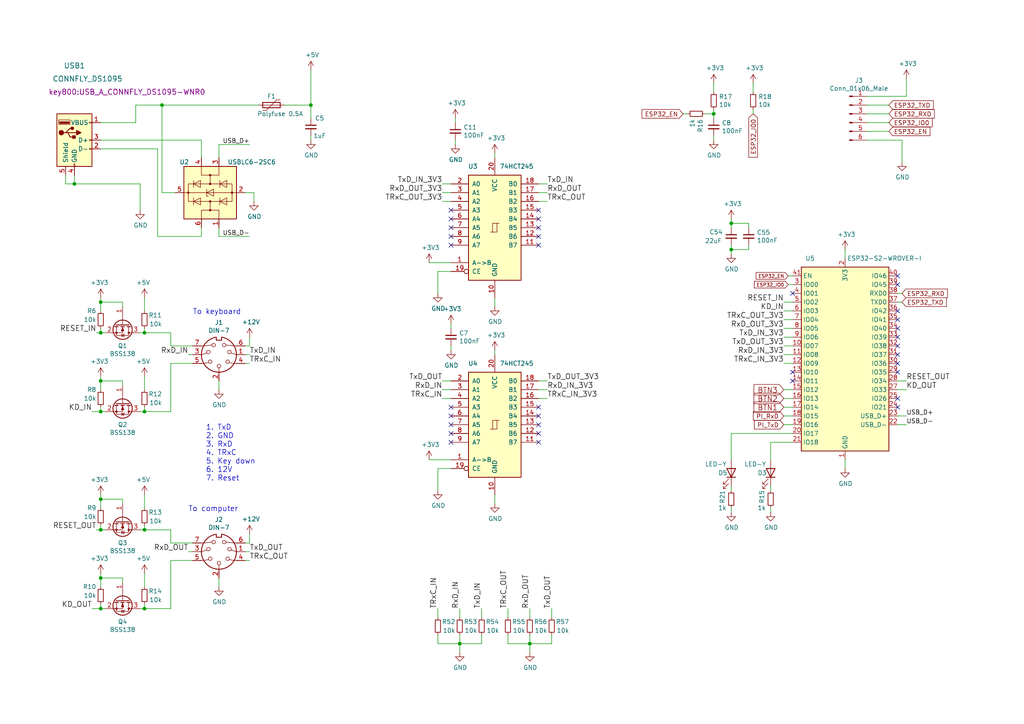
<source format=kicad_sch>
(kicad_sch
	(version 20231120)
	(generator "eeschema")
	(generator_version "8.0")
	(uuid "1c92f382-4ec3-478f-a1ca-afadd3087787")
	(paper "A4")
	(title_block
		(title "KEY800")
		(date "2021-11-27")
		(rev "1.03")
		(company "www.SweProj.com")
	)
	
	(junction
		(at 41.91 153.67)
		(diameter 0)
		(color 0 0 0 0)
		(uuid "00c9c1c9-df78-4bf8-a378-9edee7dafbe3")
	)
	(junction
		(at 46.99 30.48)
		(diameter 0)
		(color 0 0 0 0)
		(uuid "0f3121ae-1081-4d81-b548-dceafa613e21")
	)
	(junction
		(at 212.09 64.77)
		(diameter 0)
		(color 0 0 0 0)
		(uuid "133d5403-9be3-4603-824b-d3b76147e745")
	)
	(junction
		(at 212.09 72.39)
		(diameter 0)
		(color 0 0 0 0)
		(uuid "1ab4dceb-24cc-4050-aa74-e8fbb39d3760")
	)
	(junction
		(at 21.59 53.34)
		(diameter 0)
		(color 0 0 0 0)
		(uuid "2949af22-2432-469e-9f07-eee60be8acbd")
	)
	(junction
		(at 41.91 119.38)
		(diameter 0)
		(color 0 0 0 0)
		(uuid "2f29ffe5-cbdc-4a3f-81e6-c7d9f4c5145a")
	)
	(junction
		(at 29.21 153.67)
		(diameter 0)
		(color 0 0 0 0)
		(uuid "2ff15691-c9f8-4e08-a694-3230522780fc")
	)
	(junction
		(at 29.21 167.64)
		(diameter 0)
		(color 0 0 0 0)
		(uuid "3785b88e-f652-4024-afb0-be4c22cdaea8")
	)
	(junction
		(at 29.21 87.63)
		(diameter 0)
		(color 0 0 0 0)
		(uuid "40800b4d-424c-4738-8041-4662989d2010")
	)
	(junction
		(at 29.21 96.52)
		(diameter 0)
		(color 0 0 0 0)
		(uuid "6540157e-dd56-419f-8e12-b9f763e7e5a8")
	)
	(junction
		(at 29.21 144.78)
		(diameter 0)
		(color 0 0 0 0)
		(uuid "7aad0cca-fb50-4041-9a10-5380cb0860ac")
	)
	(junction
		(at 90.17 30.48)
		(diameter 0)
		(color 0 0 0 0)
		(uuid "86f6faec-7eee-404c-a73a-2ae625f33d8c")
	)
	(junction
		(at 153.67 186.69)
		(diameter 0)
		(color 0 0 0 0)
		(uuid "8afefa03-006b-4e40-b19e-6596c7cc472e")
	)
	(junction
		(at 29.21 119.38)
		(diameter 0)
		(color 0 0 0 0)
		(uuid "914ccec4-572a-4ec0-b281-596368eea274")
	)
	(junction
		(at 29.21 176.53)
		(diameter 0)
		(color 0 0 0 0)
		(uuid "96815f61-f3f5-43c2-b68f-856577233f16")
	)
	(junction
		(at 133.35 186.69)
		(diameter 0)
		(color 0 0 0 0)
		(uuid "a2c0fc07-9ed2-42e8-8fef-f02fce3412ee")
	)
	(junction
		(at 41.91 176.53)
		(diameter 0)
		(color 0 0 0 0)
		(uuid "c7524402-4dbd-4d05-888d-edab7e79a150")
	)
	(junction
		(at 29.21 110.49)
		(diameter 0)
		(color 0 0 0 0)
		(uuid "d25a1e45-06d1-4c1c-9b3a-0fd8abd0bfed")
	)
	(junction
		(at 41.91 96.52)
		(diameter 0)
		(color 0 0 0 0)
		(uuid "d433e10e-a10c-42c7-9409-f756ab1084a2")
	)
	(junction
		(at 207.01 33.02)
		(diameter 0)
		(color 0 0 0 0)
		(uuid "da7e6488-201f-4286-b86a-ca5aced3697a")
	)
	(no_connect
		(at 260.35 107.95)
		(uuid "0ea0e524-3bbd-4f05-896d-54b702c204b2")
	)
	(no_connect
		(at 229.87 85.09)
		(uuid "12721b60-b423-4830-af94-c68b76872f05")
	)
	(no_connect
		(at 260.35 80.01)
		(uuid "18208121-3872-4be3-a687-40854be3e1c8")
	)
	(no_connect
		(at 260.35 105.41)
		(uuid "1d20c966-0439-42a1-b5e3-5e76b52f827f")
	)
	(no_connect
		(at 260.35 82.55)
		(uuid "20e1c48c-ae14-4a88-835e-87633cbb6a1c")
	)
	(no_connect
		(at 130.81 60.96)
		(uuid "29f4961c-cbd7-42a0-91e7-8ae77405e061")
	)
	(no_connect
		(at 130.81 120.65)
		(uuid "2dba072b-3aba-4c6e-8dad-0c854cc5ab37")
	)
	(no_connect
		(at 156.21 120.65)
		(uuid "2fe436e0-75bf-42a2-b14a-09df5c2be702")
	)
	(no_connect
		(at 229.87 110.49)
		(uuid "32f4eb0d-8b7c-4e0f-8b4a-904219172497")
	)
	(no_connect
		(at 130.81 68.58)
		(uuid "3db00451-fbc3-4980-9f8f-a31cdc894554")
	)
	(no_connect
		(at 130.81 118.11)
		(uuid "42eea0a0-d889-4e4e-980c-c3b6b62767e5")
	)
	(no_connect
		(at 260.35 118.11)
		(uuid "47c4da32-a886-4a7a-86ef-2f3db3797d7d")
	)
	(no_connect
		(at 260.35 97.79)
		(uuid "663e5097-d637-4088-8d27-2d72ff835abc")
	)
	(no_connect
		(at 156.21 71.12)
		(uuid "66ee8aac-1ba7-441e-b772-397a32c7c475")
	)
	(no_connect
		(at 156.21 60.96)
		(uuid "69675058-6b96-42da-8df5-92aaf6930be8")
	)
	(no_connect
		(at 156.21 125.73)
		(uuid "7195a7f5-2a0f-4cae-8649-2cc5cbdffe2b")
	)
	(no_connect
		(at 260.35 92.71)
		(uuid "72e9c34a-4fbc-4581-8ad2-e93bc3c3ccb0")
	)
	(no_connect
		(at 130.81 125.73)
		(uuid "7fc6eda3-a41a-4ab9-935d-37e18cb30594")
	)
	(no_connect
		(at 260.35 115.57)
		(uuid "8ac2bac7-c686-402e-9f05-089e132647d2")
	)
	(no_connect
		(at 156.21 128.27)
		(uuid "920101e0-4dde-4453-ba02-4211cb357ea2")
	)
	(no_connect
		(at 130.81 128.27)
		(uuid "a12c94a5-1fd0-4cb6-9bfe-f7529f451405")
	)
	(no_connect
		(at 156.21 118.11)
		(uuid "a2306fdc-d8f4-42ce-83f7-03c3d3fe62be")
	)
	(no_connect
		(at 229.87 107.95)
		(uuid "a3d660d2-1195-4764-9c63-d090a7cbc79a")
	)
	(no_connect
		(at 156.21 63.5)
		(uuid "bcd0d850-a20d-42e1-b97f-b14f9222717c")
	)
	(no_connect
		(at 156.21 66.04)
		(uuid "bfcdffb4-9a75-4453-a5cf-48d0c88fa2a7")
	)
	(no_connect
		(at 130.81 66.04)
		(uuid "cdea6ba1-cc65-46ec-9776-a403fa76c4fe")
	)
	(no_connect
		(at 130.81 63.5)
		(uuid "e2701ea2-e23f-44f2-a20e-c9e74ea88bb1")
	)
	(no_connect
		(at 260.35 95.25)
		(uuid "ec0137ed-9765-4dfb-9cee-4a1826ddb19d")
	)
	(no_connect
		(at 260.35 90.17)
		(uuid "f0e6fae4-0008-43ed-8719-bf62839f601f")
	)
	(no_connect
		(at 156.21 68.58)
		(uuid "f43f384e-6bcf-4d6c-ac65-2e849bdb75c5")
	)
	(no_connect
		(at 260.35 102.87)
		(uuid "f56e10b5-909a-4bf7-b9bb-b5663dc8fff0")
	)
	(no_connect
		(at 156.21 123.19)
		(uuid "f8fd3b2c-9550-4b51-be47-a8d9567c972f")
	)
	(no_connect
		(at 130.81 71.12)
		(uuid "fa7e24a1-3452-454e-88a7-8a0ff878392a")
	)
	(no_connect
		(at 130.81 123.19)
		(uuid "fcb7a65f-f4cd-47e7-94e9-48c450d0d7f3")
	)
	(no_connect
		(at 260.35 100.33)
		(uuid "fec2ae03-3539-4fc7-9da2-1b1336bf787c")
	)
	(wire
		(pts
			(xy 260.35 120.65) (xy 262.89 120.65)
		)
		(stroke
			(width 0)
			(type default)
		)
		(uuid "00e39da0-4b3e-4884-a91e-86d729914953")
	)
	(wire
		(pts
			(xy 147.32 176.53) (xy 147.32 179.07)
		)
		(stroke
			(width 0)
			(type default)
		)
		(uuid "01657d30-6f8e-4bbd-a3dd-6a0742c69aca")
	)
	(wire
		(pts
			(xy 63.5 45.72) (xy 63.5 41.91)
		)
		(stroke
			(width 0)
			(type default)
		)
		(uuid "03d57b22-a0ad-4d3d-9d1c-5573371e6c2f")
	)
	(wire
		(pts
			(xy 127 135.89) (xy 130.81 135.89)
		)
		(stroke
			(width 0)
			(type default)
		)
		(uuid "0452da17-4ccf-4bdc-9fc3-b0a09600bd55")
	)
	(wire
		(pts
			(xy 156.21 55.88) (xy 158.75 55.88)
		)
		(stroke
			(width 0)
			(type default)
		)
		(uuid "059f4155-bed3-4fb2-9baa-d569f31b7e5d")
	)
	(wire
		(pts
			(xy 29.21 144.78) (xy 29.21 147.32)
		)
		(stroke
			(width 0)
			(type default)
		)
		(uuid "0667208e-872f-444a-9ed0-78a1b5f392d2")
	)
	(wire
		(pts
			(xy 212.09 125.73) (xy 229.87 125.73)
		)
		(stroke
			(width 0)
			(type default)
		)
		(uuid "079798e9-7058-494a-95f4-345633a244a8")
	)
	(wire
		(pts
			(xy 127 184.15) (xy 127 186.69)
		)
		(stroke
			(width 0)
			(type default)
		)
		(uuid "086ab04d-4086-427c-992f-819b91a9021d")
	)
	(wire
		(pts
			(xy 153.67 186.69) (xy 153.67 184.15)
		)
		(stroke
			(width 0)
			(type default)
		)
		(uuid "0a83f85d-78ad-480a-a5ba-773caced8f09")
	)
	(wire
		(pts
			(xy 49.53 119.38) (xy 49.53 105.41)
		)
		(stroke
			(width 0)
			(type default)
		)
		(uuid "0ba3fcf8-07bd-443d-be28-f69a4ad80df4")
	)
	(wire
		(pts
			(xy 227.33 92.71) (xy 229.87 92.71)
		)
		(stroke
			(width 0)
			(type default)
		)
		(uuid "0de7d0e7-c8d5-482b-8e8a-d56acfc6ebd8")
	)
	(wire
		(pts
			(xy 217.17 64.77) (xy 217.17 66.04)
		)
		(stroke
			(width 0)
			(type default)
		)
		(uuid "0e18138e-f1a3-4288-bb34-3b6bcfb64ff6")
	)
	(wire
		(pts
			(xy 21.59 50.8) (xy 21.59 53.34)
		)
		(stroke
			(width 0)
			(type default)
		)
		(uuid "0fe3ebe2-61a9-477a-a657-d783c4c4d70e")
	)
	(wire
		(pts
			(xy 29.21 167.64) (xy 29.21 170.18)
		)
		(stroke
			(width 0)
			(type default)
		)
		(uuid "0fffb828-f291-41d3-a83c-4eaa3df13f3a")
	)
	(wire
		(pts
			(xy 227.33 105.41) (xy 229.87 105.41)
		)
		(stroke
			(width 0)
			(type default)
		)
		(uuid "119c633c-175b-4b38-bbc1-1a076032c16e")
	)
	(wire
		(pts
			(xy 49.53 157.48) (xy 55.88 157.48)
		)
		(stroke
			(width 0)
			(type default)
		)
		(uuid "127b0e8c-8b10-4db4-b691-908ac98caaf1")
	)
	(wire
		(pts
			(xy 82.55 30.48) (xy 90.17 30.48)
		)
		(stroke
			(width 0)
			(type default)
		)
		(uuid "159c8092-f459-40eb-b409-c2cace814e6e")
	)
	(wire
		(pts
			(xy 212.09 63.5) (xy 212.09 64.77)
		)
		(stroke
			(width 0)
			(type default)
		)
		(uuid "15a0f067-831a-4ddb-bdef-5fb7df267d8f")
	)
	(wire
		(pts
			(xy 41.91 175.26) (xy 41.91 176.53)
		)
		(stroke
			(width 0)
			(type default)
		)
		(uuid "168e91de-8892-4570-a62e-0a6a88daec47")
	)
	(wire
		(pts
			(xy 71.12 55.88) (xy 73.66 55.88)
		)
		(stroke
			(width 0)
			(type default)
		)
		(uuid "18b6dcb6-5ab3-481b-b998-33e8cf6d281f")
	)
	(wire
		(pts
			(xy 29.21 40.64) (xy 58.42 40.64)
		)
		(stroke
			(width 0)
			(type default)
		)
		(uuid "1d6518e1-cfe9-4078-adc2-cf8e6477b5cb")
	)
	(wire
		(pts
			(xy 227.33 102.87) (xy 229.87 102.87)
		)
		(stroke
			(width 0)
			(type default)
		)
		(uuid "1ec648ca-df29-4910-86ed-6f48e345dbdb")
	)
	(wire
		(pts
			(xy 204.47 33.02) (xy 207.01 33.02)
		)
		(stroke
			(width 0)
			(type default)
		)
		(uuid "1f01b2a1-9ae4-4793-9d17-5ed5c0966b9f")
	)
	(wire
		(pts
			(xy 41.91 86.36) (xy 41.91 90.17)
		)
		(stroke
			(width 0)
			(type default)
		)
		(uuid "2056f16f-2d4a-4f35-8a56-49ab69eeef16")
	)
	(wire
		(pts
			(xy 41.91 119.38) (xy 49.53 119.38)
		)
		(stroke
			(width 0)
			(type default)
		)
		(uuid "207932d1-3fbf-4bd3-8ef6-a6601aaaae72")
	)
	(wire
		(pts
			(xy 41.91 96.52) (xy 49.53 96.52)
		)
		(stroke
			(width 0)
			(type default)
		)
		(uuid "21c9358c-c2dd-4df5-9cfe-ea9bd0b49374")
	)
	(wire
		(pts
			(xy 127 176.53) (xy 127 179.07)
		)
		(stroke
			(width 0)
			(type default)
		)
		(uuid "25b39db8-8576-4473-b331-b912323e85f4")
	)
	(wire
		(pts
			(xy 260.35 123.19) (xy 262.89 123.19)
		)
		(stroke
			(width 0)
			(type default)
		)
		(uuid "25ca9482-069d-43de-b77e-6f2ad77fa017")
	)
	(wire
		(pts
			(xy 41.91 119.38) (xy 40.64 119.38)
		)
		(stroke
			(width 0)
			(type default)
		)
		(uuid "2b894b8a-c098-4d9d-be0f-2ef41dea274e")
	)
	(wire
		(pts
			(xy 223.52 133.35) (xy 223.52 128.27)
		)
		(stroke
			(width 0)
			(type default)
		)
		(uuid "2cd2fee2-51b2-4fcd-8c94-c435e6791358")
	)
	(wire
		(pts
			(xy 49.53 100.33) (xy 55.88 100.33)
		)
		(stroke
			(width 0)
			(type default)
		)
		(uuid "2f8ebbbf-0f11-4a15-9648-1d28e5593127")
	)
	(wire
		(pts
			(xy 49.53 153.67) (xy 49.53 157.48)
		)
		(stroke
			(width 0)
			(type default)
		)
		(uuid "3019c847-3ccf-490a-9dd6-694227c3fba5")
	)
	(wire
		(pts
			(xy 156.21 113.03) (xy 158.75 113.03)
		)
		(stroke
			(width 0)
			(type default)
		)
		(uuid "325f33ca-3e2f-400b-a27c-dce9977a2780")
	)
	(wire
		(pts
			(xy 128.27 58.42) (xy 130.81 58.42)
		)
		(stroke
			(width 0)
			(type default)
		)
		(uuid "338b7824-6fa7-42ef-b79a-c6dc90689f4e")
	)
	(wire
		(pts
			(xy 29.21 96.52) (xy 29.21 95.25)
		)
		(stroke
			(width 0)
			(type default)
		)
		(uuid "33e40dd5-556d-4de0-ab08-235c61b7ba9f")
	)
	(wire
		(pts
			(xy 19.05 50.8) (xy 19.05 53.34)
		)
		(stroke
			(width 0)
			(type default)
		)
		(uuid "356199c8-c0f7-4995-bef0-53ad752a30c5")
	)
	(wire
		(pts
			(xy 124.46 76.2) (xy 130.81 76.2)
		)
		(stroke
			(width 0)
			(type default)
		)
		(uuid "35e13391-5257-46f3-93a5-87ffd4e862a4")
	)
	(wire
		(pts
			(xy 245.11 133.35) (xy 245.11 135.89)
		)
		(stroke
			(width 0)
			(type default)
		)
		(uuid "36210d52-4f9a-42bc-a022-019a63c67fc2")
	)
	(wire
		(pts
			(xy 127 142.24) (xy 127 135.89)
		)
		(stroke
			(width 0)
			(type default)
		)
		(uuid "373b5b59-9fbb-41a2-845d-56a1ed5a82dd")
	)
	(wire
		(pts
			(xy 19.05 53.34) (xy 21.59 53.34)
		)
		(stroke
			(width 0)
			(type default)
		)
		(uuid "3997254a-8057-4464-ba07-e37f0720cbd8")
	)
	(wire
		(pts
			(xy 41.91 95.25) (xy 41.91 96.52)
		)
		(stroke
			(width 0)
			(type default)
		)
		(uuid "3a568413-17bd-4a87-b1ac-928e77fa1b6a")
	)
	(wire
		(pts
			(xy 49.53 105.41) (xy 55.88 105.41)
		)
		(stroke
			(width 0)
			(type default)
		)
		(uuid "3ba59656-e36e-4caa-8957-90ed8686b3d3")
	)
	(wire
		(pts
			(xy 228.6 80.01) (xy 229.87 80.01)
		)
		(stroke
			(width 0)
			(type default)
		)
		(uuid "3d213c37-de80-490e-9f45-2814d3fc958b")
	)
	(wire
		(pts
			(xy 260.35 85.09) (xy 261.62 85.09)
		)
		(stroke
			(width 0)
			(type default)
		)
		(uuid "3dfbccca-f469-4a6f-a8bd-5f55435b5cfa")
	)
	(wire
		(pts
			(xy 41.91 109.22) (xy 41.91 113.03)
		)
		(stroke
			(width 0)
			(type default)
		)
		(uuid "4116bfc2-eab3-4c29-a983-44eacd9f10f5")
	)
	(wire
		(pts
			(xy 49.53 96.52) (xy 49.53 100.33)
		)
		(stroke
			(width 0)
			(type default)
		)
		(uuid "4266f6dc-b108-467a-bc4a-756158b1a271")
	)
	(wire
		(pts
			(xy 30.48 176.53) (xy 29.21 176.53)
		)
		(stroke
			(width 0)
			(type default)
		)
		(uuid "443de8e6-6c50-4145-a643-8098c9ffc1e6")
	)
	(wire
		(pts
			(xy 128.27 53.34) (xy 130.81 53.34)
		)
		(stroke
			(width 0)
			(type default)
		)
		(uuid "45fc93ca-f8ba-48a8-9189-1c9886475cd3")
	)
	(wire
		(pts
			(xy 251.46 30.48) (xy 257.81 30.48)
		)
		(stroke
			(width 0)
			(type default)
		)
		(uuid "4aee84d1-0859-48ac-a053-5a981ee1b24a")
	)
	(wire
		(pts
			(xy 260.35 110.49) (xy 262.89 110.49)
		)
		(stroke
			(width 0)
			(type default)
		)
		(uuid "4be2d863-39fc-49fd-99c7-77790b42f677")
	)
	(wire
		(pts
			(xy 54.61 102.87) (xy 55.88 102.87)
		)
		(stroke
			(width 0)
			(type default)
		)
		(uuid "4c38e5ef-0105-4756-a059-34a9c3247d1f")
	)
	(wire
		(pts
			(xy 251.46 27.94) (xy 262.89 27.94)
		)
		(stroke
			(width 0)
			(type default)
		)
		(uuid "4d55ddc7-73be-49f7-98ea-a0ba474cbdb0")
	)
	(wire
		(pts
			(xy 143.51 86.36) (xy 143.51 88.9)
		)
		(stroke
			(width 0)
			(type default)
		)
		(uuid "5125c4d9-cf5c-4fe5-9dc8-c939e40fcd6f")
	)
	(wire
		(pts
			(xy 133.35 186.69) (xy 133.35 184.15)
		)
		(stroke
			(width 0)
			(type default)
		)
		(uuid "51bdd1cb-8a01-4b1c-940a-3ff4dd1de87c")
	)
	(wire
		(pts
			(xy 35.56 144.78) (xy 29.21 144.78)
		)
		(stroke
			(width 0)
			(type default)
		)
		(uuid "524dc8d0-13b4-43fe-b274-8ac08bc4b894")
	)
	(wire
		(pts
			(xy 251.46 40.64) (xy 261.62 40.64)
		)
		(stroke
			(width 0)
			(type default)
		)
		(uuid "5290e0d7-1f24-4c0b-91ff-28c5a304ab9a")
	)
	(wire
		(pts
			(xy 63.5 68.58) (xy 63.5 66.04)
		)
		(stroke
			(width 0)
			(type default)
		)
		(uuid "567a04d6-5dce-4e5f-9e8e-f34010ecea5b")
	)
	(wire
		(pts
			(xy 39.37 35.56) (xy 39.37 30.48)
		)
		(stroke
			(width 0)
			(type default)
		)
		(uuid "56bbedad-6259-4443-b321-0ffa1f89c336")
	)
	(wire
		(pts
			(xy 30.48 153.67) (xy 29.21 153.67)
		)
		(stroke
			(width 0)
			(type default)
		)
		(uuid "57881c8f-ea31-4450-bce6-89885e0a9bfd")
	)
	(wire
		(pts
			(xy 124.46 133.35) (xy 130.81 133.35)
		)
		(stroke
			(width 0)
			(type default)
		)
		(uuid "581488ee-fe1f-43d1-a23d-526666571191")
	)
	(wire
		(pts
			(xy 127 186.69) (xy 133.35 186.69)
		)
		(stroke
			(width 0)
			(type default)
		)
		(uuid "59246647-4e57-4b5f-9f1e-b0cc1fb90bb2")
	)
	(wire
		(pts
			(xy 139.7 176.53) (xy 139.7 179.07)
		)
		(stroke
			(width 0)
			(type default)
		)
		(uuid "5aa0e472-160b-49ac-864f-0fa7cd9cf9b0")
	)
	(wire
		(pts
			(xy 133.35 186.69) (xy 133.35 189.23)
		)
		(stroke
			(width 0)
			(type default)
		)
		(uuid "5bd90e77-727e-49e2-881e-09f4ce3768d4")
	)
	(wire
		(pts
			(xy 45.72 43.18) (xy 45.72 68.58)
		)
		(stroke
			(width 0)
			(type default)
		)
		(uuid "5de5a872-aa15-495b-b53b-b8a64bbfa4f0")
	)
	(wire
		(pts
			(xy 133.35 186.69) (xy 139.7 186.69)
		)
		(stroke
			(width 0)
			(type default)
		)
		(uuid "6025c071-1487-4c03-a645-f67437519813")
	)
	(wire
		(pts
			(xy 41.91 153.67) (xy 40.64 153.67)
		)
		(stroke
			(width 0)
			(type default)
		)
		(uuid "60a7dcc1-b459-4b69-be02-f48b66a815f0")
	)
	(wire
		(pts
			(xy 251.46 38.1) (xy 257.81 38.1)
		)
		(stroke
			(width 0)
			(type default)
		)
		(uuid "617edc57-1dbf-4296-b365-6d76f68a1c0f")
	)
	(wire
		(pts
			(xy 41.91 166.37) (xy 41.91 170.18)
		)
		(stroke
			(width 0)
			(type default)
		)
		(uuid "63892cea-0371-47b0-925d-c40106168946")
	)
	(wire
		(pts
			(xy 49.53 176.53) (xy 49.53 162.56)
		)
		(stroke
			(width 0)
			(type default)
		)
		(uuid "6428332e-b689-4aa8-86bb-3bee31b6f177")
	)
	(wire
		(pts
			(xy 29.21 43.18) (xy 45.72 43.18)
		)
		(stroke
			(width 0)
			(type default)
		)
		(uuid "6579642b-a152-47f7-af0e-0d8866bdfcb8")
	)
	(wire
		(pts
			(xy 143.51 143.51) (xy 143.51 146.05)
		)
		(stroke
			(width 0)
			(type default)
		)
		(uuid "65d0582b-c8a1-45a8-a0e9-e797f01caa63")
	)
	(wire
		(pts
			(xy 227.33 97.79) (xy 229.87 97.79)
		)
		(stroke
			(width 0)
			(type default)
		)
		(uuid "669e2f76-dce7-4b88-b383-d3587e6cc0cc")
	)
	(wire
		(pts
			(xy 30.48 119.38) (xy 29.21 119.38)
		)
		(stroke
			(width 0)
			(type default)
		)
		(uuid "6776c573-26e6-4a02-ab96-18129f258651")
	)
	(wire
		(pts
			(xy 227.33 115.57) (xy 229.87 115.57)
		)
		(stroke
			(width 0)
			(type default)
		)
		(uuid "6afdccaa-d9c7-4949-88e8-e04bfdac5efc")
	)
	(wire
		(pts
			(xy 35.56 87.63) (xy 29.21 87.63)
		)
		(stroke
			(width 0)
			(type default)
		)
		(uuid "6c715627-9fe9-4566-9325-aed34f2a0ebd")
	)
	(wire
		(pts
			(xy 71.12 162.56) (xy 72.39 162.56)
		)
		(stroke
			(width 0)
			(type default)
		)
		(uuid "6ceb10bf-4340-4309-8250-882c2b60a70e")
	)
	(wire
		(pts
			(xy 207.01 33.02) (xy 207.01 34.29)
		)
		(stroke
			(width 0)
			(type default)
		)
		(uuid "6ee71a3c-fedb-4cc6-a3c6-f3d6f3ac6767")
	)
	(wire
		(pts
			(xy 198.12 33.02) (xy 199.39 33.02)
		)
		(stroke
			(width 0)
			(type default)
		)
		(uuid "6f3f676d-a47a-4e8c-8d6e-02275a3490d7")
	)
	(wire
		(pts
			(xy 212.09 72.39) (xy 212.09 73.66)
		)
		(stroke
			(width 0)
			(type default)
		)
		(uuid "6f78c1fb-f693-4737-b750-74e50c35a564")
	)
	(wire
		(pts
			(xy 153.67 186.69) (xy 153.67 189.23)
		)
		(stroke
			(width 0)
			(type default)
		)
		(uuid "70cf3e26-e279-4e61-a2f5-466ff5585d49")
	)
	(wire
		(pts
			(xy 153.67 176.53) (xy 153.67 179.07)
		)
		(stroke
			(width 0)
			(type default)
		)
		(uuid "72729c20-0465-4f8c-be80-3c22bb337ef7")
	)
	(wire
		(pts
			(xy 41.91 153.67) (xy 49.53 153.67)
		)
		(stroke
			(width 0)
			(type default)
		)
		(uuid "741561bb-6157-4c58-bb00-0f2a32b21238")
	)
	(wire
		(pts
			(xy 41.91 143.51) (xy 41.91 147.32)
		)
		(stroke
			(width 0)
			(type default)
		)
		(uuid "76a87642-211c-44f2-a488-190d6dc3728e")
	)
	(wire
		(pts
			(xy 227.33 87.63) (xy 229.87 87.63)
		)
		(stroke
			(width 0)
			(type default)
		)
		(uuid "782e74f8-8e76-4e6f-bfec-df9b9d96b19d")
	)
	(wire
		(pts
			(xy 156.21 58.42) (xy 158.75 58.42)
		)
		(stroke
			(width 0)
			(type default)
		)
		(uuid "7984c59d-64f6-424c-8273-5bab21ab292d")
	)
	(wire
		(pts
			(xy 218.44 31.75) (xy 218.44 33.02)
		)
		(stroke
			(width 0)
			(type default)
		)
		(uuid "7c11b885-29b4-4eb2-b782-dde8e3724f0c")
	)
	(wire
		(pts
			(xy 26.67 176.53) (xy 29.21 176.53)
		)
		(stroke
			(width 0)
			(type default)
		)
		(uuid "7cbc8c8d-fbc1-4902-ac93-6c241131aada")
	)
	(wire
		(pts
			(xy 227.33 95.25) (xy 229.87 95.25)
		)
		(stroke
			(width 0)
			(type default)
		)
		(uuid "7cc510d9-2339-42a7-bb31-eff1142f0636")
	)
	(wire
		(pts
			(xy 71.12 100.33) (xy 72.39 100.33)
		)
		(stroke
			(width 0)
			(type default)
		)
		(uuid "7d3a9372-4f99-452e-9767-51a31df66106")
	)
	(wire
		(pts
			(xy 29.21 143.51) (xy 29.21 144.78)
		)
		(stroke
			(width 0)
			(type default)
		)
		(uuid "7fd11519-eb9e-4413-8ca2-e43e38c699f6")
	)
	(wire
		(pts
			(xy 30.48 96.52) (xy 29.21 96.52)
		)
		(stroke
			(width 0)
			(type default)
		)
		(uuid "810d1828-323c-409a-960d-456fda8be10a")
	)
	(wire
		(pts
			(xy 251.46 33.02) (xy 257.81 33.02)
		)
		(stroke
			(width 0)
			(type default)
		)
		(uuid "811f5389-c208-4640-ab1a-b454491bb330")
	)
	(wire
		(pts
			(xy 132.08 34.29) (xy 132.08 35.56)
		)
		(stroke
			(width 0)
			(type default)
		)
		(uuid "825065db-dc11-43e9-aa2e-59e6b2cd21f3")
	)
	(wire
		(pts
			(xy 71.12 157.48) (xy 72.39 157.48)
		)
		(stroke
			(width 0)
			(type default)
		)
		(uuid "825ca21e-b6a1-4e84-a612-f8e2fae8ac04")
	)
	(wire
		(pts
			(xy 130.81 100.33) (xy 130.81 101.6)
		)
		(stroke
			(width 0)
			(type default)
		)
		(uuid "82bf2831-f69a-4cf1-ad28-e7c6c4e8c86f")
	)
	(wire
		(pts
			(xy 212.09 140.97) (xy 212.09 142.24)
		)
		(stroke
			(width 0)
			(type default)
		)
		(uuid "82e03a22-0b0d-4f45-b904-c326eaca1794")
	)
	(wire
		(pts
			(xy 29.21 35.56) (xy 39.37 35.56)
		)
		(stroke
			(width 0)
			(type default)
		)
		(uuid "832b1e20-f118-4505-ad00-93c040f2f83d")
	)
	(wire
		(pts
			(xy 223.52 140.97) (xy 223.52 142.24)
		)
		(stroke
			(width 0)
			(type default)
		)
		(uuid "84d5cf13-52aa-4648-82e7-8be6e886a6b2")
	)
	(wire
		(pts
			(xy 35.56 88.9) (xy 35.56 87.63)
		)
		(stroke
			(width 0)
			(type default)
		)
		(uuid "8527ef2e-5212-4629-b6f5-b0130ab61dab")
	)
	(wire
		(pts
			(xy 46.99 30.48) (xy 46.99 55.88)
		)
		(stroke
			(width 0)
			(type default)
		)
		(uuid "85ec87eb-bb51-43f3-adf5-d04ca264762d")
	)
	(wire
		(pts
			(xy 227.33 118.11) (xy 229.87 118.11)
		)
		(stroke
			(width 0)
			(type default)
		)
		(uuid "8634edb8-50db-43d2-95bb-5918d2cd24cc")
	)
	(wire
		(pts
			(xy 156.21 110.49) (xy 158.75 110.49)
		)
		(stroke
			(width 0)
			(type default)
		)
		(uuid "88ea0fe3-17bb-45bf-bf71-4da88c965186")
	)
	(wire
		(pts
			(xy 71.12 160.02) (xy 72.39 160.02)
		)
		(stroke
			(width 0)
			(type default)
		)
		(uuid "8e247c2e-b63e-4a70-8c32-64933e91ced0")
	)
	(wire
		(pts
			(xy 90.17 20.32) (xy 90.17 30.48)
		)
		(stroke
			(width 0)
			(type default)
		)
		(uuid "8eacb9d3-c41d-4b39-abd1-0bc8f2e97411")
	)
	(wire
		(pts
			(xy 72.39 154.94) (xy 72.39 157.48)
		)
		(stroke
			(width 0)
			(type default)
		)
		(uuid "8ecc0874-e7f5-4102-a6b7-0222cf1fccc2")
	)
	(wire
		(pts
			(xy 46.99 55.88) (xy 50.8 55.88)
		)
		(stroke
			(width 0)
			(type default)
		)
		(uuid "8f8bb641-6f96-48dd-a2de-b7e2aaf6efe0")
	)
	(wire
		(pts
			(xy 90.17 30.48) (xy 90.17 34.29)
		)
		(stroke
			(width 0)
			(type default)
		)
		(uuid "90337a8b-a8c5-48e1-ad0f-b0e67716fe3c")
	)
	(wire
		(pts
			(xy 153.67 186.69) (xy 160.02 186.69)
		)
		(stroke
			(width 0)
			(type default)
		)
		(uuid "9116f42f-8d27-4055-8fab-af8b6ed6959f")
	)
	(wire
		(pts
			(xy 41.91 96.52) (xy 40.64 96.52)
		)
		(stroke
			(width 0)
			(type default)
		)
		(uuid "914a2046-646f-4d53-b355-ce2139e25907")
	)
	(wire
		(pts
			(xy 127 78.74) (xy 130.81 78.74)
		)
		(stroke
			(width 0)
			(type default)
		)
		(uuid "91637a62-ec43-463a-9edc-420af478d9cb")
	)
	(wire
		(pts
			(xy 41.91 176.53) (xy 49.53 176.53)
		)
		(stroke
			(width 0)
			(type default)
		)
		(uuid "92419cc9-1070-47aa-876c-2cf8f5a03a47")
	)
	(wire
		(pts
			(xy 143.51 44.45) (xy 143.51 45.72)
		)
		(stroke
			(width 0)
			(type default)
		)
		(uuid "92ee3d85-c13e-4120-ad64-bd390adf040c")
	)
	(wire
		(pts
			(xy 45.72 68.58) (xy 58.42 68.58)
		)
		(stroke
			(width 0)
			(type default)
		)
		(uuid "934c5f28-c928-4621-8122-b999b3ed10dd")
	)
	(wire
		(pts
			(xy 35.56 146.05) (xy 35.56 144.78)
		)
		(stroke
			(width 0)
			(type default)
		)
		(uuid "969d876f-dc87-40bf-9e96-03cbb9ea5e82")
	)
	(wire
		(pts
			(xy 26.67 119.38) (xy 29.21 119.38)
		)
		(stroke
			(width 0)
			(type default)
		)
		(uuid "978f967d-6cc0-4f07-b852-e2800feefa07")
	)
	(wire
		(pts
			(xy 41.91 118.11) (xy 41.91 119.38)
		)
		(stroke
			(width 0)
			(type default)
		)
		(uuid "9ba85d0a-e58f-45a8-9d86-ad6c976003b7")
	)
	(wire
		(pts
			(xy 63.5 167.64) (xy 63.5 170.18)
		)
		(stroke
			(width 0)
			(type default)
		)
		(uuid "9f5c7a80-7220-432e-865b-d1468e8a8d4c")
	)
	(wire
		(pts
			(xy 35.56 111.76) (xy 35.56 110.49)
		)
		(stroke
			(width 0)
			(type default)
		)
		(uuid "9fa51663-d9ff-42d5-ab2b-c96b6768fc7a")
	)
	(wire
		(pts
			(xy 29.21 119.38) (xy 29.21 118.11)
		)
		(stroke
			(width 0)
			(type default)
		)
		(uuid "a067c43d-047d-48ca-a682-5bbb620e3988")
	)
	(wire
		(pts
			(xy 130.81 93.98) (xy 130.81 95.25)
		)
		(stroke
			(width 0)
			(type default)
		)
		(uuid "a0e74fdd-2272-42b1-9d9a-65553efcd00a")
	)
	(wire
		(pts
			(xy 127 85.09) (xy 127 78.74)
		)
		(stroke
			(width 0)
			(type default)
		)
		(uuid "a1223b95-aa11-427a-b201-9190a86a68be")
	)
	(wire
		(pts
			(xy 58.42 40.64) (xy 58.42 45.72)
		)
		(stroke
			(width 0)
			(type default)
		)
		(uuid "a16dbf15-8f5b-4766-b048-90ba89efcc02")
	)
	(wire
		(pts
			(xy 128.27 115.57) (xy 130.81 115.57)
		)
		(stroke
			(width 0)
			(type default)
		)
		(uuid "a2f96f4e-d95d-4c20-90ff-804397e6e6ba")
	)
	(wire
		(pts
			(xy 260.35 87.63) (xy 261.62 87.63)
		)
		(stroke
			(width 0)
			(type default)
		)
		(uuid "a353a360-a1da-42d3-a5f2-38aafc184a50")
	)
	(wire
		(pts
			(xy 29.21 153.67) (xy 29.21 152.4)
		)
		(stroke
			(width 0)
			(type default)
		)
		(uuid "a3722fe0-facc-42fa-a01b-a26433c9d7fe")
	)
	(wire
		(pts
			(xy 63.5 110.49) (xy 63.5 113.03)
		)
		(stroke
			(width 0)
			(type default)
		)
		(uuid "a3a9b316-86eb-411d-82d0-37407c2e4142")
	)
	(wire
		(pts
			(xy 160.02 176.53) (xy 160.02 179.07)
		)
		(stroke
			(width 0)
			(type default)
		)
		(uuid "a5fcd820-f4f0-487d-8e2f-6defe7618982")
	)
	(wire
		(pts
			(xy 71.12 105.41) (xy 72.39 105.41)
		)
		(stroke
			(width 0)
			(type default)
		)
		(uuid "a60f8360-f38f-439d-b446-391101ae4282")
	)
	(wire
		(pts
			(xy 128.27 113.03) (xy 130.81 113.03)
		)
		(stroke
			(width 0)
			(type default)
		)
		(uuid "a6347fea-87e1-4897-bfe2-729d24d2f085")
	)
	(wire
		(pts
			(xy 29.21 87.63) (xy 29.21 90.17)
		)
		(stroke
			(width 0)
			(type default)
		)
		(uuid "a67b97a6-51fd-4a32-8231-3fd10436b6ab")
	)
	(wire
		(pts
			(xy 21.59 53.34) (xy 40.64 53.34)
		)
		(stroke
			(width 0)
			(type default)
		)
		(uuid "a9ff0621-eacb-4187-ba89-29f236eec881")
	)
	(wire
		(pts
			(xy 29.21 109.22) (xy 29.21 110.49)
		)
		(stroke
			(width 0)
			(type default)
		)
		(uuid "ab26a42e-b7f6-4a80-b26c-c01085e448c7")
	)
	(wire
		(pts
			(xy 27.94 153.67) (xy 29.21 153.67)
		)
		(stroke
			(width 0)
			(type default)
		)
		(uuid "ad4fcc27-bf1e-4e2e-ab26-9b8032da7693")
	)
	(wire
		(pts
			(xy 143.51 101.6) (xy 143.51 102.87)
		)
		(stroke
			(width 0)
			(type default)
		)
		(uuid "af35a153-e4cc-4cb5-9b0a-a247aa9a27b2")
	)
	(wire
		(pts
			(xy 156.21 53.34) (xy 158.75 53.34)
		)
		(stroke
			(width 0)
			(type default)
		)
		(uuid "b400c80e-5312-495d-b0d5-8365ed4de032")
	)
	(wire
		(pts
			(xy 227.33 123.19) (xy 229.87 123.19)
		)
		(stroke
			(width 0)
			(type default)
		)
		(uuid "b42a4498-7f71-4787-a0f1-b44423616ac9")
	)
	(wire
		(pts
			(xy 46.99 30.48) (xy 74.93 30.48)
		)
		(stroke
			(width 0)
			(type default)
		)
		(uuid "b4afdd30-7a78-4cd8-8670-bb6dd787dcdc")
	)
	(wire
		(pts
			(xy 139.7 186.69) (xy 139.7 184.15)
		)
		(stroke
			(width 0)
			(type default)
		)
		(uuid "b79d8d99-88b5-4d84-a010-b6d768d67ec8")
	)
	(wire
		(pts
			(xy 245.11 72.39) (xy 245.11 74.93)
		)
		(stroke
			(width 0)
			(type default)
		)
		(uuid "b8382866-f10b-4adc-84fc-f6e5dd44681b")
	)
	(wire
		(pts
			(xy 212.09 71.12) (xy 212.09 72.39)
		)
		(stroke
			(width 0)
			(type default)
		)
		(uuid "bbb99edd-f016-43ea-b1c7-0bcdd1915ee8")
	)
	(wire
		(pts
			(xy 207.01 39.37) (xy 207.01 40.64)
		)
		(stroke
			(width 0)
			(type default)
		)
		(uuid "bce25bd3-0fe5-4c8f-bd6c-39e2d62ee70a")
	)
	(wire
		(pts
			(xy 147.32 184.15) (xy 147.32 186.69)
		)
		(stroke
			(width 0)
			(type default)
		)
		(uuid "bf67f245-1714-4d39-b76d-53f1523ab5f8")
	)
	(wire
		(pts
			(xy 29.21 176.53) (xy 29.21 175.26)
		)
		(stroke
			(width 0)
			(type default)
		)
		(uuid "bf958b11-f26e-429d-9cb0-d1379a98f463")
	)
	(wire
		(pts
			(xy 160.02 186.69) (xy 160.02 184.15)
		)
		(stroke
			(width 0)
			(type default)
		)
		(uuid "c14f4f41-991c-47f8-ba74-4a4e89170acf")
	)
	(wire
		(pts
			(xy 228.6 82.55) (xy 229.87 82.55)
		)
		(stroke
			(width 0)
			(type default)
		)
		(uuid "c202ddee-78ab-4ebb-beca-559aaf118430")
	)
	(wire
		(pts
			(xy 41.91 176.53) (xy 40.64 176.53)
		)
		(stroke
			(width 0)
			(type default)
		)
		(uuid "c60045a9-c6dd-4a1d-b776-92c82360c330")
	)
	(wire
		(pts
			(xy 128.27 55.88) (xy 130.81 55.88)
		)
		(stroke
			(width 0)
			(type default)
		)
		(uuid "c9863f4f-bdf5-49f4-b18e-dce622ff9931")
	)
	(wire
		(pts
			(xy 207.01 31.75) (xy 207.01 33.02)
		)
		(stroke
			(width 0)
			(type default)
		)
		(uuid "ca2c5f3f-362b-4808-b8c2-86726d31aa11")
	)
	(wire
		(pts
			(xy 40.64 53.34) (xy 40.64 60.96)
		)
		(stroke
			(width 0)
			(type default)
		)
		(uuid "cb0f5a26-0827-4807-aea7-55b25947b9d5")
	)
	(wire
		(pts
			(xy 54.61 160.02) (xy 55.88 160.02)
		)
		(stroke
			(width 0)
			(type default)
		)
		(uuid "cb4b7bcd-f8cd-4398-9baf-986854c6b2ae")
	)
	(wire
		(pts
			(xy 147.32 186.69) (xy 153.67 186.69)
		)
		(stroke
			(width 0)
			(type default)
		)
		(uuid "ccd45da3-3d73-496d-8f2e-5edf69377f63")
	)
	(wire
		(pts
			(xy 72.39 97.79) (xy 72.39 100.33)
		)
		(stroke
			(width 0)
			(type default)
		)
		(uuid "cce1404b-fc30-47cc-b852-e0061990f2bb")
	)
	(wire
		(pts
			(xy 227.33 100.33) (xy 229.87 100.33)
		)
		(stroke
			(width 0)
			(type default)
		)
		(uuid "cd1b9f49-f6c4-4c81-a715-14d19fd506d7")
	)
	(wire
		(pts
			(xy 39.37 30.48) (xy 46.99 30.48)
		)
		(stroke
			(width 0)
			(type default)
		)
		(uuid "cebfc912-6282-4a1e-923e-74c4961c2aad")
	)
	(wire
		(pts
			(xy 212.09 147.32) (xy 212.09 148.59)
		)
		(stroke
			(width 0)
			(type default)
		)
		(uuid "d2dd9a11-a3cb-4775-bff0-1509cc08df34")
	)
	(wire
		(pts
			(xy 227.33 113.03) (xy 229.87 113.03)
		)
		(stroke
			(width 0)
			(type default)
		)
		(uuid "d32a1d0f-6a8f-45b4-822f-8b613131fd8a")
	)
	(wire
		(pts
			(xy 90.17 39.37) (xy 90.17 40.64)
		)
		(stroke
			(width 0)
			(type default)
		)
		(uuid "d3db736b-0e33-4126-b950-5488923df40e")
	)
	(wire
		(pts
			(xy 251.46 35.56) (xy 257.81 35.56)
		)
		(stroke
			(width 0)
			(type default)
		)
		(uuid "d4876469-b949-49ce-b8fe-43cb458692a4")
	)
	(wire
		(pts
			(xy 49.53 162.56) (xy 55.88 162.56)
		)
		(stroke
			(width 0)
			(type default)
		)
		(uuid "d5128f0b-0a4f-4337-a7f7-9a3dfe4ad4f9")
	)
	(wire
		(pts
			(xy 212.09 125.73) (xy 212.09 133.35)
		)
		(stroke
			(width 0)
			(type default)
		)
		(uuid "d5c8e4c0-dfe4-408b-a6fd-8dbe2b542fea")
	)
	(wire
		(pts
			(xy 261.62 40.64) (xy 261.62 46.99)
		)
		(stroke
			(width 0)
			(type default)
		)
		(uuid "d68589fa-205b-4356-a20d-821c85f5f45e")
	)
	(wire
		(pts
			(xy 27.94 96.52) (xy 29.21 96.52)
		)
		(stroke
			(width 0)
			(type default)
		)
		(uuid "d799aac7-79c2-4447-bfa3-8eb302b60af7")
	)
	(wire
		(pts
			(xy 71.12 102.87) (xy 72.39 102.87)
		)
		(stroke
			(width 0)
			(type default)
		)
		(uuid "d7b67c11-d515-46cf-bcf0-0f0ef2d0158a")
	)
	(wire
		(pts
			(xy 128.27 110.49) (xy 130.81 110.49)
		)
		(stroke
			(width 0)
			(type default)
		)
		(uuid "d8932824-bdfc-4009-a7d0-6ff32efa7e1a")
	)
	(wire
		(pts
			(xy 212.09 64.77) (xy 217.17 64.77)
		)
		(stroke
			(width 0)
			(type default)
		)
		(uuid "d9198b20-68ab-4f03-9039-95a74aeba0d6")
	)
	(wire
		(pts
			(xy 262.89 27.94) (xy 262.89 22.86)
		)
		(stroke
			(width 0)
			(type default)
		)
		(uuid "d9ad01c4-9416-4b1f-8447-afc1d446fa8a")
	)
	(wire
		(pts
			(xy 217.17 72.39) (xy 217.17 71.12)
		)
		(stroke
			(width 0)
			(type default)
		)
		(uuid "dbfb14d7-1f97-4dd2-9004-1d129d3b4221")
	)
	(wire
		(pts
			(xy 212.09 64.77) (xy 212.09 66.04)
		)
		(stroke
			(width 0)
			(type default)
		)
		(uuid "de5c2064-b9e1-4057-a8cc-9308019ef4d3")
	)
	(wire
		(pts
			(xy 227.33 90.17) (xy 229.87 90.17)
		)
		(stroke
			(width 0)
			(type default)
		)
		(uuid "de7d8275-fd45-47d5-ae9a-4b0c51b81f57")
	)
	(wire
		(pts
			(xy 223.52 128.27) (xy 229.87 128.27)
		)
		(stroke
			(width 0)
			(type default)
		)
		(uuid "e2349eb5-0f2d-4c2a-b154-1cfe1ab9cd91")
	)
	(wire
		(pts
			(xy 223.52 147.32) (xy 223.52 148.59)
		)
		(stroke
			(width 0)
			(type default)
		)
		(uuid "e5889358-36b5-4652-9d71-4d4aa652a144")
	)
	(wire
		(pts
			(xy 35.56 168.91) (xy 35.56 167.64)
		)
		(stroke
			(width 0)
			(type default)
		)
		(uuid "e6235600-87cc-4c82-b15f-34fb66b9bf0e")
	)
	(wire
		(pts
			(xy 207.01 24.13) (xy 207.01 26.67)
		)
		(stroke
			(width 0)
			(type default)
		)
		(uuid "e62e65e6-b466-4769-8746-eb8cd9450c76")
	)
	(wire
		(pts
			(xy 260.35 113.03) (xy 262.89 113.03)
		)
		(stroke
			(width 0)
			(type default)
		)
		(uuid "e63748d3-3196-486f-8f95-bb4d9876653d")
	)
	(wire
		(pts
			(xy 212.09 72.39) (xy 217.17 72.39)
		)
		(stroke
			(width 0)
			(type default)
		)
		(uuid "e6cd2cdd-d49b-4491-8a15-4c46254b5c0a")
	)
	(wire
		(pts
			(xy 35.56 167.64) (xy 29.21 167.64)
		)
		(stroke
			(width 0)
			(type default)
		)
		(uuid "e73ef891-c9f9-42ab-894b-b2580ee0b0a1")
	)
	(wire
		(pts
			(xy 29.21 110.49) (xy 29.21 113.03)
		)
		(stroke
			(width 0)
			(type default)
		)
		(uuid "e8558fbd-ea42-43a6-966a-7bd304bdfaad")
	)
	(wire
		(pts
			(xy 227.33 120.65) (xy 229.87 120.65)
		)
		(stroke
			(width 0)
			(type default)
		)
		(uuid "e9597133-3d67-41f8-aabc-5b61d8d3c3c1")
	)
	(wire
		(pts
			(xy 73.66 55.88) (xy 73.66 58.42)
		)
		(stroke
			(width 0)
			(type default)
		)
		(uuid "eac540a2-0555-4530-b9cb-9b037a65c0a7")
	)
	(wire
		(pts
			(xy 132.08 40.64) (xy 132.08 41.91)
		)
		(stroke
			(width 0)
			(type default)
		)
		(uuid "ee6e4a23-bb7c-4f28-ab56-3ba1b79e1c04")
	)
	(wire
		(pts
			(xy 63.5 68.58) (xy 72.39 68.58)
		)
		(stroke
			(width 0)
			(type default)
		)
		(uuid "f11a78b7-152e-46cf-81d1-bc8194db05a9")
	)
	(wire
		(pts
			(xy 58.42 68.58) (xy 58.42 66.04)
		)
		(stroke
			(width 0)
			(type default)
		)
		(uuid "f413d088-6fb9-4a8a-88fd-666ff68b7fdf")
	)
	(wire
		(pts
			(xy 63.5 41.91) (xy 72.39 41.91)
		)
		(stroke
			(width 0)
			(type default)
		)
		(uuid "f46fb303-7470-41c0-b6e8-4553c1d6503f")
	)
	(wire
		(pts
			(xy 35.56 110.49) (xy 29.21 110.49)
		)
		(stroke
			(width 0)
			(type default)
		)
		(uuid "f61adca3-c1e4-457e-8212-9dc978cabab5")
	)
	(wire
		(pts
			(xy 218.44 24.13) (xy 218.44 26.67)
		)
		(stroke
			(width 0)
			(type default)
		)
		(uuid "f7c5fcef-379b-481f-a910-961b8aba9e9d")
	)
	(wire
		(pts
			(xy 156.21 115.57) (xy 158.75 115.57)
		)
		(stroke
			(width 0)
			(type default)
		)
		(uuid "f89b1d5e-28c8-498c-b199-7acbd8607540")
	)
	(wire
		(pts
			(xy 41.91 152.4) (xy 41.91 153.67)
		)
		(stroke
			(width 0)
			(type default)
		)
		(uuid "f8df4375-570f-4eb0-868e-4f350bd24547")
	)
	(wire
		(pts
			(xy 29.21 166.37) (xy 29.21 167.64)
		)
		(stroke
			(width 0)
			(type default)
		)
		(uuid "f8e927af-4836-4b0f-8a57-dbca5a18a442")
	)
	(wire
		(pts
			(xy 29.21 86.36) (xy 29.21 87.63)
		)
		(stroke
			(width 0)
			(type default)
		)
		(uuid "fc052ac4-77ec-4901-baf8-c95f94903836")
	)
	(wire
		(pts
			(xy 133.35 176.53) (xy 133.35 179.07)
		)
		(stroke
			(width 0)
			(type default)
		)
		(uuid "ffde4898-4c0e-4c24-bd8c-aadcd7279172")
	)
	(text "To computer"
		(exclude_from_sim no)
		(at 54.61 148.59 0)
		(effects
			(font
				(size 1.524 1.524)
			)
			(justify left bottom)
		)
		(uuid "1558a593-7554-4709-a27f-f70400a2199d")
	)
	(text "1. TxD\n2. GND\n3. RxD\n4. TRxC\n5. Key down\n6. 12V\n7. Reset"
		(exclude_from_sim no)
		(at 59.69 139.7 0)
		(effects
			(font
				(size 1.524 1.524)
			)
			(justify left bottom)
		)
		(uuid "296ded40-ed53-4798-8db4-dad7b794226b")
	)
	(text "To keyboard"
		(exclude_from_sim no)
		(at 55.88 91.44 0)
		(effects
			(font
				(size 1.524 1.524)
			)
			(justify left bottom)
		)
		(uuid "7c49dc93-96a1-4a8f-a667-a4ee5ad692a0")
	)
	(label "RxD_IN"
		(at 133.35 176.53 90)
		(fields_autoplaced yes)
		(effects
			(font
				(size 1.524 1.524)
			)
			(justify left bottom)
		)
		(uuid "08d1dac8-0d6e-4029-9a06-c8863d7fbd51")
	)
	(label "KD_OUT"
		(at 26.67 176.53 180)
		(fields_autoplaced yes)
		(effects
			(font
				(size 1.524 1.524)
			)
			(justify right bottom)
		)
		(uuid "098afe52-27f0-4ec0-bf39-4eb766d2a851")
	)
	(label "TxD_OUT"
		(at 128.27 110.49 180)
		(fields_autoplaced yes)
		(effects
			(font
				(size 1.524 1.524)
			)
			(justify right bottom)
		)
		(uuid "12c9f3e1-9431-42f8-b6f8-fb6fd35fc1cb")
	)
	(label "TxD_IN_3V3"
		(at 227.33 97.79 180)
		(fields_autoplaced yes)
		(effects
			(font
				(size 1.524 1.524)
			)
			(justify right bottom)
		)
		(uuid "1aaf34a3-282e-4633-82fa-9d6cdf32efbb")
	)
	(label "KD_OUT"
		(at 262.89 113.03 0)
		(fields_autoplaced yes)
		(effects
			(font
				(size 1.524 1.524)
			)
			(justify left bottom)
		)
		(uuid "30cf5573-2ac5-4d4b-8678-7fcebe2bcd36")
	)
	(label "KD_IN"
		(at 26.67 119.38 180)
		(fields_autoplaced yes)
		(effects
			(font
				(size 1.524 1.524)
			)
			(justify right bottom)
		)
		(uuid "31b8e579-7afa-4dee-9f20-b2fefaae3c16")
	)
	(label "USB_D+"
		(at 262.89 120.65 0)
		(fields_autoplaced yes)
		(effects
			(font
				(size 1.27 1.27)
			)
			(justify left bottom)
		)
		(uuid "3768cce7-1e64-480e-bb38-0c6794a852ac")
	)
	(label "TxD_OUT"
		(at 160.02 176.53 90)
		(fields_autoplaced yes)
		(effects
			(font
				(size 1.524 1.524)
			)
			(justify left bottom)
		)
		(uuid "3aec5e23-e675-4bcf-9a9e-48cb59d51927")
	)
	(label "RxD_IN_3V3"
		(at 227.33 102.87 180)
		(fields_autoplaced yes)
		(effects
			(font
				(size 1.524 1.524)
			)
			(justify right bottom)
		)
		(uuid "3b450865-b2ef-4d25-9b34-4d42975b5e24")
	)
	(label "TRxC_OUT"
		(at 158.75 58.42 0)
		(fields_autoplaced yes)
		(effects
			(font
				(size 1.524 1.524)
			)
			(justify left bottom)
		)
		(uuid "3d0a8609-a059-4734-b988-da00f509164d")
	)
	(label "TxD_IN"
		(at 139.7 176.53 90)
		(fields_autoplaced yes)
		(effects
			(font
				(size 1.524 1.524)
			)
			(justify left bottom)
		)
		(uuid "40962e92-90b6-487d-b0dc-0a6c42b5ebc2")
	)
	(label "RxD_OUT_3V3"
		(at 227.33 95.25 180)
		(fields_autoplaced yes)
		(effects
			(font
				(size 1.524 1.524)
			)
			(justify right bottom)
		)
		(uuid "43f4cf53-1dc5-4426-bbd2-fabe9c3d45ec")
	)
	(label "RxD_IN"
		(at 128.27 113.03 180)
		(fields_autoplaced yes)
		(effects
			(font
				(size 1.524 1.524)
			)
			(justify right bottom)
		)
		(uuid "52820a90-7869-43b3-b870-39c015371964")
	)
	(label "TRxC_OUT_3V3"
		(at 128.27 58.42 180)
		(fields_autoplaced yes)
		(effects
			(font
				(size 1.524 1.524)
			)
			(justify right bottom)
		)
		(uuid "5a63aa46-8c18-43d5-8def-1c886562be17")
	)
	(label "TRxC_IN_3V3"
		(at 227.33 105.41 180)
		(fields_autoplaced yes)
		(effects
			(font
				(size 1.524 1.524)
			)
			(justify right bottom)
		)
		(uuid "5b29962f-685a-409c-915c-9c4a92ed442a")
	)
	(label "TRxC_IN"
		(at 128.27 115.57 180)
		(fields_autoplaced yes)
		(effects
			(font
				(size 1.524 1.524)
			)
			(justify right bottom)
		)
		(uuid "5c986000-fc83-4495-a50f-9f4b94e485bc")
	)
	(label "USB_D+"
		(at 72.39 41.91 180)
		(fields_autoplaced yes)
		(effects
			(font
				(size 1.27 1.27)
			)
			(justify right bottom)
		)
		(uuid "66cc4ddc-a52d-4ad7-986e-68f000539802")
	)
	(label "USB_D-"
		(at 262.89 123.19 0)
		(fields_autoplaced yes)
		(effects
			(font
				(size 1.27 1.27)
			)
			(justify left bottom)
		)
		(uuid "67d6d490-a9a4-4ec7-8744-7c7abc821282")
	)
	(label "KD_IN"
		(at 227.33 90.17 180)
		(fields_autoplaced yes)
		(effects
			(font
				(size 1.524 1.524)
			)
			(justify right bottom)
		)
		(uuid "6b013cb8-9e09-4a62-b02d-814d5cfa604e")
	)
	(label "RxD_OUT"
		(at 158.75 55.88 0)
		(fields_autoplaced yes)
		(effects
			(font
				(size 1.524 1.524)
			)
			(justify left bottom)
		)
		(uuid "6fb8126a-bcf3-40a3-924c-e2fbe8dba36a")
	)
	(label "TRxC_IN"
		(at 72.39 105.41 0)
		(fields_autoplaced yes)
		(effects
			(font
				(size 1.524 1.524)
			)
			(justify left bottom)
		)
		(uuid "7184670c-7656-49ee-9a6f-5771dc120d69")
	)
	(label "RESET_IN"
		(at 27.94 96.52 180)
		(fields_autoplaced yes)
		(effects
			(font
				(size 1.524 1.524)
			)
			(justify right bottom)
		)
		(uuid "7c1dbd41-291a-4aad-bf3b-16497f84df7b")
	)
	(label "RxD_OUT_3V3"
		(at 128.27 55.88 180)
		(fields_autoplaced yes)
		(effects
			(font
				(size 1.524 1.524)
			)
			(justify right bottom)
		)
		(uuid "802bd717-75a4-4efc-bdc3-ab512c6bce65")
	)
	(label "TxD_IN"
		(at 158.75 53.34 0)
		(fields_autoplaced yes)
		(effects
			(font
				(size 1.524 1.524)
			)
			(justify left bottom)
		)
		(uuid "8e981540-9cda-414d-abbb-d34e005f000e")
	)
	(label "TRxC_OUT_3V3"
		(at 227.33 92.71 180)
		(fields_autoplaced yes)
		(effects
			(font
				(size 1.524 1.524)
			)
			(justify right bottom)
		)
		(uuid "946a171e-cd55-473d-bab9-8d2c7c34161c")
	)
	(label "RESET_OUT"
		(at 262.89 110.49 0)
		(fields_autoplaced yes)
		(effects
			(font
				(size 1.524 1.524)
			)
			(justify left bottom)
		)
		(uuid "986fa662-6dc8-4009-9871-995c9cfdbebc")
	)
	(label "RxD_IN_3V3"
		(at 158.75 113.03 0)
		(fields_autoplaced yes)
		(effects
			(font
				(size 1.524 1.524)
			)
			(justify left bottom)
		)
		(uuid "9c5b8388-0c5b-43a4-a3f4-d7cd72b89084")
	)
	(label "TRxC_OUT"
		(at 72.39 162.56 0)
		(fields_autoplaced yes)
		(effects
			(font
				(size 1.524 1.524)
			)
			(justify left bottom)
		)
		(uuid "9d4bb085-5413-4cad-9765-4f916ffbe612")
	)
	(label "TxD_OUT"
		(at 72.39 160.02 0)
		(fields_autoplaced yes)
		(effects
			(font
				(size 1.524 1.524)
			)
			(justify left bottom)
		)
		(uuid "9fbabfd5-5316-4dcb-8d99-3c53b9c69880")
	)
	(label "RxD_OUT"
		(at 153.67 176.53 90)
		(fields_autoplaced yes)
		(effects
			(font
				(size 1.524 1.524)
			)
			(justify left bottom)
		)
		(uuid "a6460cc6-b11c-4dff-a0ea-9de680e68ca8")
	)
	(label "RESET_IN"
		(at 227.33 87.63 180)
		(fields_autoplaced yes)
		(effects
			(font
				(size 1.524 1.524)
			)
			(justify right bottom)
		)
		(uuid "a7035c1b-863b-4bbf-a32a-6ebba2814e2c")
	)
	(label "TxD_IN_3V3"
		(at 128.27 53.34 180)
		(fields_autoplaced yes)
		(effects
			(font
				(size 1.524 1.524)
			)
			(justify right bottom)
		)
		(uuid "b8eb5c02-d344-4431-a592-0e7ad9f9a78f")
	)
	(label "TxD_OUT_3V3"
		(at 158.75 110.49 0)
		(fields_autoplaced yes)
		(effects
			(font
				(size 1.524 1.524)
			)
			(justify left bottom)
		)
		(uuid "bb7f3caf-4343-4dcb-b7b2-5479c850c4a2")
	)
	(label "TRxC_IN"
		(at 127 176.53 90)
		(fields_autoplaced yes)
		(effects
			(font
				(size 1.524 1.524)
			)
			(justify left bottom)
		)
		(uuid "c374668c-56af-42dd-a650-35352e96de63")
	)
	(label "TRxC_OUT"
		(at 147.32 176.53 90)
		(fields_autoplaced yes)
		(effects
			(font
				(size 1.524 1.524)
			)
			(justify left bottom)
		)
		(uuid "c546008e-7661-419e-94b3-0bbb9fd14ec8")
	)
	(label "RxD_OUT"
		(at 54.61 160.02 180)
		(fields_autoplaced yes)
		(effects
			(font
				(size 1.524 1.524)
			)
			(justify right bottom)
		)
		(uuid "c66790a8-2c84-47da-b059-a728d9f51463")
	)
	(label "TRxC_IN_3V3"
		(at 158.75 115.57 0)
		(fields_autoplaced yes)
		(effects
			(font
				(size 1.524 1.524)
			)
			(justify left bottom)
		)
		(uuid "ce4b6c19-1441-4e43-8af4-a7f34dfbb538")
	)
	(label "RxD_IN"
		(at 54.61 102.87 180)
		(fields_autoplaced yes)
		(effects
			(font
				(size 1.524 1.524)
			)
			(justify right bottom)
		)
		(uuid "d35d7027-ac1b-44b2-9664-3d8a37ee0f4e")
	)
	(label "TxD_IN"
		(at 72.39 102.87 0)
		(fields_autoplaced yes)
		(effects
			(font
				(size 1.524 1.524)
			)
			(justify left bottom)
		)
		(uuid "e7f989f7-95da-4be3-9e33-743523ae1ee0")
	)
	(label "USB_D-"
		(at 72.39 68.58 180)
		(fields_autoplaced yes)
		(effects
			(font
				(size 1.27 1.27)
			)
			(justify right bottom)
		)
		(uuid "ea8efd53-9e19-4e37-86f5-e6c0c681f735")
	)
	(label "TxD_OUT_3V3"
		(at 227.33 100.33 180)
		(fields_autoplaced yes)
		(effects
			(font
				(size 1.524 1.524)
			)
			(justify right bottom)
		)
		(uuid "fb4e7351-d265-4999-adf6-bc7596c21cf3")
	)
	(label "RESET_OUT"
		(at 27.94 153.67 180)
		(fields_autoplaced yes)
		(effects
			(font
				(size 1.524 1.524)
			)
			(justify right bottom)
		)
		(uuid "fed6a1e7-e233-4dff-87e0-8992a65c8dd0")
	)
	(global_label "ESP32_RXD"
		(shape input)
		(at 257.81 33.02 0)
		(fields_autoplaced yes)
		(effects
			(font
				(size 1.27 1.27)
			)
			(justify left)
		)
		(uuid "47be24ee-e15b-4cee-b84b-350111ac1499")
		(property "Intersheetrefs" "${INTERSHEET_REFS}"
			(at 0 0 0)
			(effects
				(font
					(size 1.27 1.27)
				)
				(hide yes)
			)
		)
	)
	(global_label "ESP32_IO0"
		(shape input)
		(at 257.81 35.56 0)
		(fields_autoplaced yes)
		(effects
			(font
				(size 1.27 1.27)
			)
			(justify left)
		)
		(uuid "49b38f13-9789-4c6d-bbd5-2c69a9e19e69")
		(property "Intersheetrefs" "${INTERSHEET_REFS}"
			(at 0 0 0)
			(effects
				(font
					(size 1.27 1.27)
				)
				(hide yes)
			)
		)
	)
	(global_label "ESP32_EN"
		(shape input)
		(at 198.12 33.02 180)
		(fields_autoplaced yes)
		(effects
			(font
				(size 1.27 1.27)
			)
			(justify right)
		)
		(uuid "4e66ba18-389e-4ff9-97c1-8bd8fb047a01")
		(property "Intersheetrefs" "${INTERSHEET_REFS}"
			(at 0 0 0)
			(effects
				(font
					(size 1.27 1.27)
				)
				(hide yes)
			)
		)
	)
	(global_label "PI_RxD"
		(shape input)
		(at 227.33 120.65 180)
		(fields_autoplaced yes)
		(effects
			(font
				(size 1.27 1.27)
			)
			(justify right)
		)
		(uuid "504cb9e4-5572-4208-bc9d-30a7efff8b9a")
		(property "Intersheetrefs" "${INTERSHEET_REFS}"
			(at 0 0 0)
			(effects
				(font
					(size 1.27 1.27)
				)
				(hide yes)
			)
		)
	)
	(global_label "ESP32_EN"
		(shape input)
		(at 257.81 38.1 0)
		(fields_autoplaced yes)
		(effects
			(font
				(size 1.27 1.27)
			)
			(justify left)
		)
		(uuid "751752b1-1f0f-490c-ba43-2d34c357b41e")
		(property "Intersheetrefs" "${INTERSHEET_REFS}"
			(at 0 0 0)
			(effects
				(font
					(size 1.27 1.27)
				)
				(hide yes)
			)
		)
	)
	(global_label "ESP32_IO0"
		(shape input)
		(at 218.44 33.02 270)
		(fields_autoplaced yes)
		(effects
			(font
				(size 1.27 1.27)
			)
			(justify right)
		)
		(uuid "76ee303c-1cfc-45a8-ae72-af3efaba6c47")
		(property "Intersheetrefs" "${INTERSHEET_REFS}"
			(at 0 0 0)
			(effects
				(font
					(size 1.27 1.27)
				)
				(hide yes)
			)
		)
	)
	(global_label "ESP32_IO0"
		(shape input)
		(at 228.6 82.55 180)
		(fields_autoplaced yes)
		(effects
			(font
				(size 0.9906 0.9906)
			)
			(justify right)
		)
		(uuid "7a6d9a4e-fe6a-4427-9f0c-a10fd3ceb923")
		(property "Intersheetrefs" "${INTERSHEET_REFS}"
			(at 0 0 0)
			(effects
				(font
					(size 1.27 1.27)
				)
				(hide yes)
			)
		)
	)
	(global_label "BTN2"
		(shape input)
		(at 227.33 115.57 180)
		(fields_autoplaced yes)
		(effects
			(font
				(size 1.524 1.524)
			)
			(justify right)
		)
		(uuid "7c3fa13a-5250-4394-8d82-80430597df04")
		(property "Intersheetrefs" "${INTERSHEET_REFS}"
			(at 0 0 0)
			(effects
				(font
					(size 1.27 1.27)
				)
				(hide yes)
			)
		)
	)
	(global_label "ESP32_TXD"
		(shape input)
		(at 261.62 87.63 0)
		(fields_autoplaced yes)
		(effects
			(font
				(size 1.27 1.27)
			)
			(justify left)
		)
		(uuid "83d9db3e-661a-47bf-b26c-99313ad8bac9")
		(property "Intersheetrefs" "${INTERSHEET_REFS}"
			(at 0 0 0)
			(effects
				(font
					(size 1.27 1.27)
				)
				(hide yes)
			)
		)
	)
	(global_label "ESP32_RXD"
		(shape input)
		(at 261.62 85.09 0)
		(fields_autoplaced yes)
		(effects
			(font
				(size 1.27 1.27)
			)
			(justify left)
		)
		(uuid "9bac5a37-2a55-41dd-96ea-ec02b69e3ef4")
		(property "Intersheetrefs" "${INTERSHEET_REFS}"
			(at 0 0 0)
			(effects
				(font
					(size 1.27 1.27)
				)
				(hide yes)
			)
		)
	)
	(global_label "BTN3"
		(shape input)
		(at 227.33 113.03 180)
		(fields_autoplaced yes)
		(effects
			(font
				(size 1.524 1.524)
			)
			(justify right)
		)
		(uuid "bca69a58-3f8f-4ac5-9ef0-70bfa6c247ee")
		(property "Intersheetrefs" "${INTERSHEET_REFS}"
			(at 0 0 0)
			(effects
				(font
					(size 1.27 1.27)
				)
				(hide yes)
			)
		)
	)
	(global_label "BTN1"
		(shape input)
		(at 227.33 118.11 180)
		(fields_autoplaced yes)
		(effects
			(font
				(size 1.524 1.524)
			)
			(justify right)
		)
		(uuid "d2683b99-bb18-4d41-a0c5-df26e16e4210")
		(property "Intersheetrefs" "${INTERSHEET_REFS}"
			(at 0 0 0)
			(effects
				(font
					(size 1.27 1.27)
				)
				(hide yes)
			)
		)
	)
	(global_label "ESP32_EN"
		(shape input)
		(at 228.6 80.01 180)
		(fields_autoplaced yes)
		(effects
			(font
				(size 0.9906 0.9906)
			)
			(justify right)
		)
		(uuid "d91b4df3-08ca-4c95-92de-3004566cf2e7")
		(property "Intersheetrefs" "${INTERSHEET_REFS}"
			(at 0 0 0)
			(effects
				(font
					(size 1.27 1.27)
				)
				(hide yes)
			)
		)
	)
	(global_label "PI_TxD"
		(shape input)
		(at 227.33 123.19 180)
		(fields_autoplaced yes)
		(effects
			(font
				(size 1.27 1.27)
			)
			(justify right)
		)
		(uuid "e1df8cea-32a4-457d-86df-d8e326022a52")
		(property "Intersheetrefs" "${INTERSHEET_REFS}"
			(at 0 0 0)
			(effects
				(font
					(size 1.27 1.27)
				)
				(hide yes)
			)
		)
	)
	(global_label "ESP32_TXD"
		(shape input)
		(at 257.81 30.48 0)
		(fields_autoplaced yes)
		(effects
			(font
				(size 1.27 1.27)
			)
			(justify left)
		)
		(uuid "e463ba2a-1cbc-4995-82d8-59710b3fcd2f")
		(property "Intersheetrefs" "${INTERSHEET_REFS}"
			(at 0 0 0)
			(effects
				(font
					(size 1.27 1.27)
				)
				(hide yes)
			)
		)
	)
	(symbol
		(lib_id "power:GND")
		(at 40.64 60.96 0)
		(unit 1)
		(exclude_from_sim no)
		(in_bom yes)
		(on_board yes)
		(dnp no)
		(uuid "00000000-0000-0000-0000-00005cc7520b")
		(property "Reference" "#PWR0136"
			(at 40.64 67.31 0)
			(effects
				(font
					(size 1.27 1.27)
				)
				(hide yes)
			)
		)
		(property "Value" "GND"
			(at 40.767 65.3542 0)
			(effects
				(font
					(size 1.27 1.27)
				)
			)
		)
		(property "Footprint" ""
			(at 40.64 60.96 0)
			(effects
				(font
					(size 1.27 1.27)
				)
				(hide yes)
			)
		)
		(property "Datasheet" ""
			(at 40.64 60.96 0)
			(effects
				(font
					(size 1.27 1.27)
				)
				(hide yes)
			)
		)
		(property "Description" ""
			(at 40.64 60.96 0)
			(effects
				(font
					(size 1.27 1.27)
				)
				(hide yes)
			)
		)
		(pin "1"
			(uuid "44590aa6-4756-43f6-b4d2-6c6ca642e8ef")
		)
		(instances
			(project ""
				(path "/123968c6-74e7-4754-8c36-08ea08e42555/00000000-0000-0000-0000-0000613a2c81"
					(reference "#PWR0136")
					(unit 1)
				)
			)
		)
	)
	(symbol
		(lib_id "Device:C_Small")
		(at 90.17 36.83 0)
		(mirror y)
		(unit 1)
		(exclude_from_sim no)
		(in_bom yes)
		(on_board yes)
		(dnp no)
		(uuid "00000000-0000-0000-0000-00005e7feac9")
		(property "Reference" "C5"
			(at 92.71 34.29 0)
			(effects
				(font
					(size 1.27 1.27)
				)
			)
		)
		(property "Value" "1uF"
			(at 92.71 39.37 0)
			(effects
				(font
					(size 1.27 1.27)
				)
			)
		)
		(property "Footprint" "Capacitor_SMD:C_0805_2012Metric"
			(at 89.2048 40.64 0)
			(effects
				(font
					(size 1.27 1.27)
				)
				(hide yes)
			)
		)
		(property "Datasheet" "~"
			(at 90.17 36.83 0)
			(effects
				(font
					(size 1.27 1.27)
				)
				(hide yes)
			)
		)
		(property "Description" ""
			(at 90.17 36.83 0)
			(effects
				(font
					(size 1.27 1.27)
				)
				(hide yes)
			)
		)
		(property "LCSC" "C28323"
			(at 125.73 60.96 0)
			(effects
				(font
					(size 1.27 1.27)
				)
				(hide yes)
			)
		)
		(property "MOUSER" ""
			(at 125.73 60.96 0)
			(effects
				(font
					(size 1.27 1.27)
				)
				(hide yes)
			)
		)
		(property "MPN" ""
			(at 125.73 60.96 0)
			(effects
				(font
					(size 1.27 1.27)
				)
				(hide yes)
			)
		)
		(property "Supplier" ""
			(at 90.17 36.83 0)
			(effects
				(font
					(size 1.27 1.27)
				)
				(hide yes)
			)
		)
		(pin "1"
			(uuid "decdcd19-79f8-476b-9690-33c944495a72")
		)
		(pin "2"
			(uuid "3e78018f-453f-480d-871e-c0c3152a5885")
		)
		(instances
			(project ""
				(path "/123968c6-74e7-4754-8c36-08ea08e42555/00000000-0000-0000-0000-0000613a2c81"
					(reference "C5")
					(unit 1)
				)
			)
		)
	)
	(symbol
		(lib_id "power:+5V")
		(at 90.17 20.32 0)
		(unit 1)
		(exclude_from_sim no)
		(in_bom yes)
		(on_board yes)
		(dnp no)
		(uuid "00000000-0000-0000-0000-00006032df88")
		(property "Reference" "#PWR0161"
			(at 90.17 24.13 0)
			(effects
				(font
					(size 1.27 1.27)
				)
				(hide yes)
			)
		)
		(property "Value" "+5V"
			(at 90.551 15.9258 0)
			(effects
				(font
					(size 1.27 1.27)
				)
			)
		)
		(property "Footprint" ""
			(at 90.17 20.32 0)
			(effects
				(font
					(size 1.27 1.27)
				)
				(hide yes)
			)
		)
		(property "Datasheet" ""
			(at 90.17 20.32 0)
			(effects
				(font
					(size 1.27 1.27)
				)
				(hide yes)
			)
		)
		(property "Description" ""
			(at 90.17 20.32 0)
			(effects
				(font
					(size 1.27 1.27)
				)
				(hide yes)
			)
		)
		(pin "1"
			(uuid "7762a6b0-d285-4738-a679-afaa3f5ed1df")
		)
		(instances
			(project ""
				(path "/123968c6-74e7-4754-8c36-08ea08e42555/00000000-0000-0000-0000-0000613a2c81"
					(reference "#PWR0161")
					(unit 1)
				)
			)
		)
	)
	(symbol
		(lib_id "power:+3V3")
		(at 207.01 24.13 0)
		(unit 1)
		(exclude_from_sim no)
		(in_bom yes)
		(on_board yes)
		(dnp no)
		(uuid "00000000-0000-0000-0000-00006035b9ad")
		(property "Reference" "#PWR0175"
			(at 207.01 27.94 0)
			(effects
				(font
					(size 1.27 1.27)
				)
				(hide yes)
			)
		)
		(property "Value" "+3V3"
			(at 207.391 19.7358 0)
			(effects
				(font
					(size 1.27 1.27)
				)
			)
		)
		(property "Footprint" ""
			(at 207.01 24.13 0)
			(effects
				(font
					(size 1.27 1.27)
				)
				(hide yes)
			)
		)
		(property "Datasheet" ""
			(at 207.01 24.13 0)
			(effects
				(font
					(size 1.27 1.27)
				)
				(hide yes)
			)
		)
		(property "Description" ""
			(at 207.01 24.13 0)
			(effects
				(font
					(size 1.27 1.27)
				)
				(hide yes)
			)
		)
		(pin "1"
			(uuid "5442a6fb-2296-4329-b1a6-20da0a3e905c")
		)
		(instances
			(project ""
				(path "/123968c6-74e7-4754-8c36-08ea08e42555/00000000-0000-0000-0000-0000613a2c81"
					(reference "#PWR0175")
					(unit 1)
				)
			)
		)
	)
	(symbol
		(lib_id "Device:R_Small")
		(at 207.01 29.21 0)
		(unit 1)
		(exclude_from_sim no)
		(in_bom yes)
		(on_board yes)
		(dnp no)
		(uuid "00000000-0000-0000-0000-000060379925")
		(property "Reference" "R17"
			(at 208.5086 28.0416 0)
			(effects
				(font
					(size 1.27 1.27)
				)
				(justify left)
			)
		)
		(property "Value" "10k"
			(at 208.5086 30.353 0)
			(effects
				(font
					(size 1.27 1.27)
				)
				(justify left)
			)
		)
		(property "Footprint" "Resistor_SMD:R_0402_1005Metric"
			(at 207.01 29.21 0)
			(effects
				(font
					(size 1.27 1.27)
				)
				(hide yes)
			)
		)
		(property "Datasheet" "~"
			(at 207.01 29.21 0)
			(effects
				(font
					(size 1.27 1.27)
				)
				(hide yes)
			)
		)
		(property "Description" ""
			(at 207.01 29.21 0)
			(effects
				(font
					(size 1.27 1.27)
				)
				(hide yes)
			)
		)
		(property "LCSC" "C25744"
			(at 207.01 29.21 0)
			(effects
				(font
					(size 1.27 1.27)
				)
				(hide yes)
			)
		)
		(pin "1"
			(uuid "e8eb4c2a-274c-41ff-8e7d-0ff57da6548b")
		)
		(pin "2"
			(uuid "eceb391c-6ee3-4c15-9993-7c8f0f476996")
		)
		(instances
			(project ""
				(path "/123968c6-74e7-4754-8c36-08ea08e42555/00000000-0000-0000-0000-0000613a2c81"
					(reference "R17")
					(unit 1)
				)
			)
		)
	)
	(symbol
		(lib_id "RF_Module:ESP32-S2-WROVER-I")
		(at 245.11 105.41 0)
		(unit 1)
		(exclude_from_sim no)
		(in_bom yes)
		(on_board yes)
		(dnp no)
		(uuid "00000000-0000-0000-0000-0000610edbda")
		(property "Reference" "U5"
			(at 234.95 74.93 0)
			(effects
				(font
					(size 1.27 1.27)
				)
			)
		)
		(property "Value" "ESP32-S2-WROVER-I"
			(at 256.54 74.93 0)
			(effects
				(font
					(size 1.27 1.27)
				)
			)
		)
		(property "Footprint" "key800:ESP32-S2-WROVER"
			(at 264.16 134.62 0)
			(effects
				(font
					(size 1.27 1.27)
				)
				(hide yes)
			)
		)
		(property "Datasheet" "https://www.espressif.com/sites/default/files/documentation/esp32-s2-wroom_esp32-s2-wroom-i_datasheet_en.pdf"
			(at 237.49 125.73 0)
			(effects
				(font
					(size 1.27 1.27)
				)
				(hide yes)
			)
		)
		(property "Description" ""
			(at 245.11 105.41 0)
			(effects
				(font
					(size 1.27 1.27)
				)
				(hide yes)
			)
		)
		(property "LCSC" "C967028"
			(at 245.11 105.41 0)
			(effects
				(font
					(size 1.27 1.27)
				)
				(hide yes)
			)
		)
		(pin "1"
			(uuid "b14ac8a5-0e1d-45c9-871b-9bd589da1e38")
		)
		(pin "10"
			(uuid "bc329172-5b18-4320-ac29-42c13ccfabc7")
		)
		(pin "11"
			(uuid "508b8aed-c129-4b39-b6e8-ec9af8ac3829")
		)
		(pin "12"
			(uuid "f7258718-870d-401f-a5be-aa863db1fb5c")
		)
		(pin "13"
			(uuid "e822854f-36ec-476e-be9f-346ab4b26273")
		)
		(pin "14"
			(uuid "cf5116ae-006d-4a9f-a70c-9c443475f852")
		)
		(pin "15"
			(uuid "5d74a350-c2a6-47a5-8e81-87446c49eb2c")
		)
		(pin "16"
			(uuid "05d9505f-481e-4f78-8882-34b9cfbd6c4a")
		)
		(pin "17"
			(uuid "a4a7b95b-102c-4b34-9c7f-e8d4799ed1f1")
		)
		(pin "18"
			(uuid "61e135e7-75c9-4d94-bea5-27f4a3f6328e")
		)
		(pin "19"
			(uuid "4f604306-8266-4c10-9748-e002df9bc28d")
		)
		(pin "2"
			(uuid "108a6b5f-a570-46d9-b012-8fb57214546e")
		)
		(pin "20"
			(uuid "4cae725a-62df-4e2a-aa5d-35505b20c08e")
		)
		(pin "21"
			(uuid "49929cc1-59a8-406f-b3d1-ff05878402cd")
		)
		(pin "22"
			(uuid "cdfb5853-30c9-4a58-b91f-6aab534f683d")
		)
		(pin "23"
			(uuid "eef78ae0-346c-41d7-802e-11a4c2248e2d")
		)
		(pin "24"
			(uuid "65577fd2-21d4-416c-bb46-1f450e1769b7")
		)
		(pin "25"
			(uuid "af4b44bd-a70e-4f0d-8c63-7940ceadb488")
		)
		(pin "26"
			(uuid "87e2e7ef-4213-4a3c-a8d1-3d732c40338e")
		)
		(pin "27"
			(uuid "b3e179a7-bdf1-4095-8c20-2b0cc14b736e")
		)
		(pin "28"
			(uuid "2ec252ba-6f05-415b-b798-6ec28c7b3e02")
		)
		(pin "29"
			(uuid "8566a99d-19a7-45d1-9b0c-561f0d7e237d")
		)
		(pin "3"
			(uuid "086614b5-d685-4057-8d84-08ba4868ed3a")
		)
		(pin "30"
			(uuid "797a2291-5d2a-4bf2-8252-a1a05dfd18e0")
		)
		(pin "31"
			(uuid "de6f4a8a-f22a-48a5-9c0e-6945ac698a6c")
		)
		(pin "32"
			(uuid "d6046cae-5cd4-42df-a1e7-607c5ce7cc53")
		)
		(pin "33"
			(uuid "1253a26e-0f24-446d-bd04-a9f58d574e38")
		)
		(pin "34"
			(uuid "02521a6a-fb15-4983-8054-f4af6db9e114")
		)
		(pin "35"
			(uuid "f97c08d4-1b94-4284-9111-d79be418e7e3")
		)
		(pin "36"
			(uuid "16ecf610-fad2-43ed-93b0-64a22d8eccff")
		)
		(pin "37"
			(uuid "6d3d5a17-1dc1-4b4d-b3ac-05b8801f79eb")
		)
		(pin "38"
			(uuid "8ecd61f3-b01c-49a2-ad64-8aff93cbf0b3")
		)
		(pin "39"
			(uuid "524a50de-9466-4ed6-bdc5-7bda323f83c4")
		)
		(pin "4"
			(uuid "4e6c9364-cba5-4fed-aa82-3f91a91887f8")
		)
		(pin "40"
			(uuid "ad9e1efe-c964-4ebd-a3b5-a80fbfe06cf2")
		)
		(pin "41"
			(uuid "ffeecb71-0b0b-423f-a58b-872684ebe5eb")
		)
		(pin "42"
			(uuid "e7897256-48c2-4c2c-973b-0ca578d884c8")
		)
		(pin "43"
			(uuid "260f0b95-15f5-46d8-8196-3a78b41505b0")
		)
		(pin "5"
			(uuid "8079aef7-b979-4fae-aa9e-7335900b80df")
		)
		(pin "6"
			(uuid "18d7951e-c51a-42ed-8f8c-8febecc9a4f2")
		)
		(pin "7"
			(uuid "aa17f448-68ec-4047-838c-d88d001fffcf")
		)
		(pin "8"
			(uuid "67caac6f-5ebb-400c-86dd-85697b3fac28")
		)
		(pin "9"
			(uuid "651dea0c-29a4-446a-9902-6291607ae179")
		)
		(instances
			(project ""
				(path "/123968c6-74e7-4754-8c36-08ea08e42555/00000000-0000-0000-0000-0000613a2c81"
					(reference "U5")
					(unit 1)
				)
			)
		)
	)
	(symbol
		(lib_id "Device:Polyfuse")
		(at 78.74 30.48 270)
		(unit 1)
		(exclude_from_sim no)
		(in_bom yes)
		(on_board yes)
		(dnp no)
		(uuid "00000000-0000-0000-0000-0000610ee853")
		(property "Reference" "F1"
			(at 78.74 27.94 90)
			(effects
				(font
					(size 1.27 1.27)
				)
			)
		)
		(property "Value" "Polyfuse 0.5A"
			(at 81.28 33.02 90)
			(effects
				(font
					(size 1.27 1.27)
				)
			)
		)
		(property "Footprint" "key800:Fuse_1206_3216Metric"
			(at 73.66 31.75 0)
			(effects
				(font
					(size 1.27 1.27)
				)
				(justify left)
				(hide yes)
			)
		)
		(property "Datasheet" ""
			(at 78.74 30.48 0)
			(effects
				(font
					(size 1.27 1.27)
				)
				(hide yes)
			)
		)
		(property "Description" ""
			(at 78.74 30.48 0)
			(effects
				(font
					(size 1.27 1.27)
				)
				(hide yes)
			)
		)
		(property "LCSC" "C69680"
			(at 40.64 -3.81 0)
			(effects
				(font
					(size 1.27 1.27)
				)
				(hide yes)
			)
		)
		(property "MOUSER" ""
			(at 40.64 -3.81 0)
			(effects
				(font
					(size 1.27 1.27)
				)
				(hide yes)
			)
		)
		(property "MPN" ""
			(at 40.64 -3.81 0)
			(effects
				(font
					(size 1.27 1.27)
				)
				(hide yes)
			)
		)
		(pin "1"
			(uuid "454aaa95-5766-48c8-a7b1-6553a0c51369")
		)
		(pin "2"
			(uuid "6d2c1903-5d66-4fe4-874a-496cb530ec51")
		)
		(instances
			(project ""
				(path "/123968c6-74e7-4754-8c36-08ea08e42555/00000000-0000-0000-0000-0000613a2c81"
					(reference "F1")
					(unit 1)
				)
			)
		)
	)
	(symbol
		(lib_id "Connector:USB_A")
		(at 21.59 40.64 0)
		(unit 1)
		(exclude_from_sim no)
		(in_bom yes)
		(on_board yes)
		(dnp no)
		(uuid "00000000-0000-0000-0000-0000610ee858")
		(property "Reference" "USB1"
			(at 21.59 19.05 0)
			(effects
				(font
					(size 1.524 1.524)
				)
			)
		)
		(property "Value" "CONNFLY_DS1095"
			(at 25.4 22.86 0)
			(effects
				(font
					(size 1.524 1.524)
				)
			)
		)
		(property "Footprint" "key800:USB_A_CONNFLY_DS1095-WNR0"
			(at 36.83 26.67 0)
			(effects
				(font
					(size 1.524 1.524)
				)
			)
		)
		(property "Datasheet" ""
			(at 3.81 39.37 0)
			(effects
				(font
					(size 1.524 1.524)
				)
				(hide yes)
			)
		)
		(property "Description" ""
			(at 21.59 40.64 0)
			(effects
				(font
					(size 1.27 1.27)
				)
				(hide yes)
			)
		)
		(property "LCSC" ""
			(at 21.59 40.64 0)
			(effects
				(font
					(size 1.27 1.27)
				)
				(hide yes)
			)
		)
		(pin "1"
			(uuid "7be066e5-e956-49e6-a8a4-ac4c102ed04a")
		)
		(pin "2"
			(uuid "e78fa873-366f-47d5-83e7-715a6ad05ab7")
		)
		(pin "3"
			(uuid "15b1427e-5249-44eb-833c-0af53cd3b214")
		)
		(pin "4"
			(uuid "8c8e3e96-c7fc-4108-9713-95fb137babb3")
		)
		(pin "5"
			(uuid "f27b5181-3b76-4f0e-979c-bcabf1211e10")
		)
		(instances
			(project ""
				(path "/123968c6-74e7-4754-8c36-08ea08e42555/00000000-0000-0000-0000-0000613a2c81"
					(reference "USB1")
					(unit 1)
				)
			)
		)
	)
	(symbol
		(lib_id "power:GND")
		(at 90.17 40.64 0)
		(unit 1)
		(exclude_from_sim no)
		(in_bom yes)
		(on_board yes)
		(dnp no)
		(uuid "00000000-0000-0000-0000-0000610ee85c")
		(property "Reference" "#PWR0140"
			(at 90.17 46.99 0)
			(effects
				(font
					(size 1.27 1.27)
				)
				(hide yes)
			)
		)
		(property "Value" "GND"
			(at 90.297 45.0342 0)
			(effects
				(font
					(size 1.27 1.27)
				)
			)
		)
		(property "Footprint" ""
			(at 90.17 40.64 0)
			(effects
				(font
					(size 1.27 1.27)
				)
				(hide yes)
			)
		)
		(property "Datasheet" ""
			(at 90.17 40.64 0)
			(effects
				(font
					(size 1.27 1.27)
				)
				(hide yes)
			)
		)
		(property "Description" ""
			(at 90.17 40.64 0)
			(effects
				(font
					(size 1.27 1.27)
				)
				(hide yes)
			)
		)
		(pin "1"
			(uuid "2ed90186-2319-410a-9e20-b7315406e8fc")
		)
		(instances
			(project ""
				(path "/123968c6-74e7-4754-8c36-08ea08e42555/00000000-0000-0000-0000-0000613a2c81"
					(reference "#PWR0140")
					(unit 1)
				)
			)
		)
	)
	(symbol
		(lib_id "Power_Protection:USBLC6-2SC6")
		(at 60.96 55.88 90)
		(unit 1)
		(exclude_from_sim no)
		(in_bom yes)
		(on_board yes)
		(dnp no)
		(uuid "00000000-0000-0000-0000-0000610ee85e")
		(property "Reference" "U2"
			(at 52.07 46.99 90)
			(effects
				(font
					(size 1.27 1.27)
				)
				(justify right)
			)
		)
		(property "Value" "USBLC6-2SC6"
			(at 66.04 46.99 90)
			(effects
				(font
					(size 1.27 1.27)
				)
				(justify right)
			)
		)
		(property "Footprint" "Package_TO_SOT_SMD:SOT-23-6"
			(at 50.8 74.93 0)
			(effects
				(font
					(size 1.27 1.27)
				)
				(hide yes)
			)
		)
		(property "Datasheet" ""
			(at 52.07 50.8 0)
			(effects
				(font
					(size 1.27 1.27)
				)
				(hide yes)
			)
		)
		(property "Description" ""
			(at 60.96 55.88 0)
			(effects
				(font
					(size 1.27 1.27)
				)
				(hide yes)
			)
		)
		(property "LCSC" "C7519"
			(at 60.96 55.88 0)
			(effects
				(font
					(size 1.27 1.27)
				)
				(hide yes)
			)
		)
		(pin "1"
			(uuid "f9070a1d-902a-41a3-a139-97b9cee9fea5")
		)
		(pin "2"
			(uuid "169e9081-26b8-4efc-8822-c2a98018aad9")
		)
		(pin "3"
			(uuid "d85ee29c-b5de-4863-81e9-0f52df99d2ab")
		)
		(pin "4"
			(uuid "9f6adb82-54ff-493d-a299-936e4f854946")
		)
		(pin "5"
			(uuid "1b9cdb86-19c4-433d-9e1d-5be4d5b70aab")
		)
		(pin "6"
			(uuid "6fdf8241-4bde-4264-be1e-127bbe0b8696")
		)
		(instances
			(project ""
				(path "/123968c6-74e7-4754-8c36-08ea08e42555/00000000-0000-0000-0000-0000613a2c81"
					(reference "U2")
					(unit 1)
				)
			)
		)
	)
	(symbol
		(lib_id "power:GND")
		(at 73.66 58.42 0)
		(unit 1)
		(exclude_from_sim no)
		(in_bom yes)
		(on_board yes)
		(dnp no)
		(uuid "00000000-0000-0000-0000-0000610ee85f")
		(property "Reference" "#PWR0141"
			(at 73.66 64.77 0)
			(effects
				(font
					(size 1.27 1.27)
				)
				(hide yes)
			)
		)
		(property "Value" "GND"
			(at 73.787 62.8142 0)
			(effects
				(font
					(size 1.27 1.27)
				)
			)
		)
		(property "Footprint" ""
			(at 73.66 58.42 0)
			(effects
				(font
					(size 1.27 1.27)
				)
				(hide yes)
			)
		)
		(property "Datasheet" ""
			(at 73.66 58.42 0)
			(effects
				(font
					(size 1.27 1.27)
				)
				(hide yes)
			)
		)
		(property "Description" ""
			(at 73.66 58.42 0)
			(effects
				(font
					(size 1.27 1.27)
				)
				(hide yes)
			)
		)
		(pin "1"
			(uuid "c7195718-3193-459e-9197-14079c05f385")
		)
		(instances
			(project ""
				(path "/123968c6-74e7-4754-8c36-08ea08e42555/00000000-0000-0000-0000-0000613a2c81"
					(reference "#PWR0141")
					(unit 1)
				)
			)
		)
	)
	(symbol
		(lib_id "power:+3V3")
		(at 245.11 72.39 0)
		(unit 1)
		(exclude_from_sim no)
		(in_bom yes)
		(on_board yes)
		(dnp no)
		(uuid "00000000-0000-0000-0000-00006110e24f")
		(property "Reference" "#PWR09"
			(at 245.11 76.2 0)
			(effects
				(font
					(size 1.27 1.27)
				)
				(hide yes)
			)
		)
		(property "Value" "+3V3"
			(at 245.491 67.9958 0)
			(effects
				(font
					(size 1.27 1.27)
				)
			)
		)
		(property "Footprint" ""
			(at 245.11 72.39 0)
			(effects
				(font
					(size 1.27 1.27)
				)
				(hide yes)
			)
		)
		(property "Datasheet" ""
			(at 245.11 72.39 0)
			(effects
				(font
					(size 1.27 1.27)
				)
				(hide yes)
			)
		)
		(property "Description" ""
			(at 245.11 72.39 0)
			(effects
				(font
					(size 1.27 1.27)
				)
				(hide yes)
			)
		)
		(pin "1"
			(uuid "5e7290fb-3d7e-4f5d-be78-0dc277a0def1")
		)
		(instances
			(project ""
				(path "/123968c6-74e7-4754-8c36-08ea08e42555/00000000-0000-0000-0000-0000613a2c81"
					(reference "#PWR09")
					(unit 1)
				)
			)
		)
	)
	(symbol
		(lib_id "Device:C_Small")
		(at 212.09 68.58 0)
		(unit 1)
		(exclude_from_sim no)
		(in_bom yes)
		(on_board yes)
		(dnp no)
		(uuid "00000000-0000-0000-0000-0000611262ee")
		(property "Reference" "C54"
			(at 205.74 67.31 0)
			(effects
				(font
					(size 1.27 1.27)
				)
				(justify left)
			)
		)
		(property "Value" "22uF"
			(at 204.47 69.85 0)
			(effects
				(font
					(size 1.27 1.27)
				)
				(justify left)
			)
		)
		(property "Footprint" "Capacitor_SMD:C_0805_2012Metric"
			(at 212.09 68.58 0)
			(effects
				(font
					(size 1.27 1.27)
				)
				(hide yes)
			)
		)
		(property "Datasheet" "~"
			(at 212.09 68.58 0)
			(effects
				(font
					(size 1.27 1.27)
				)
				(hide yes)
			)
		)
		(property "Description" ""
			(at 212.09 68.58 0)
			(effects
				(font
					(size 1.27 1.27)
				)
				(hide yes)
			)
		)
		(property "LCSC" "C45783"
			(at 212.09 68.58 0)
			(effects
				(font
					(size 1.27 1.27)
				)
				(hide yes)
			)
		)
		(pin "1"
			(uuid "f2f0a028-91fd-4c28-a379-01b8dd6d5437")
		)
		(pin "2"
			(uuid "5d01aa46-e12f-4975-a662-fe25b80574c8")
		)
		(instances
			(project ""
				(path "/123968c6-74e7-4754-8c36-08ea08e42555/00000000-0000-0000-0000-0000613a2c81"
					(reference "C54")
					(unit 1)
				)
			)
		)
	)
	(symbol
		(lib_id "Device:C_Small")
		(at 217.17 68.58 0)
		(unit 1)
		(exclude_from_sim no)
		(in_bom yes)
		(on_board yes)
		(dnp no)
		(uuid "00000000-0000-0000-0000-000061126fc2")
		(property "Reference" "C55"
			(at 219.5068 67.4116 0)
			(effects
				(font
					(size 1.27 1.27)
				)
				(justify left)
			)
		)
		(property "Value" "100nF"
			(at 219.5068 69.723 0)
			(effects
				(font
					(size 1.27 1.27)
				)
				(justify left)
			)
		)
		(property "Footprint" "Capacitor_SMD:C_0402_1005Metric"
			(at 217.17 68.58 0)
			(effects
				(font
					(size 1.27 1.27)
				)
				(hide yes)
			)
		)
		(property "Datasheet" "~"
			(at 217.17 68.58 0)
			(effects
				(font
					(size 1.27 1.27)
				)
				(hide yes)
			)
		)
		(property "Description" ""
			(at 217.17 68.58 0)
			(effects
				(font
					(size 1.27 1.27)
				)
				(hide yes)
			)
		)
		(property "LCSC" "C1525"
			(at 217.17 68.58 0)
			(effects
				(font
					(size 1.27 1.27)
				)
				(hide yes)
			)
		)
		(pin "1"
			(uuid "2f6929e6-104f-4578-8ad0-7a14f5964d1a")
		)
		(pin "2"
			(uuid "e0473f33-2fd2-4f3d-a77b-e45e0f08c9d7")
		)
		(instances
			(project ""
				(path "/123968c6-74e7-4754-8c36-08ea08e42555/00000000-0000-0000-0000-0000613a2c81"
					(reference "C55")
					(unit 1)
				)
			)
		)
	)
	(symbol
		(lib_id "power:+3V3")
		(at 212.09 63.5 0)
		(unit 1)
		(exclude_from_sim no)
		(in_bom yes)
		(on_board yes)
		(dnp no)
		(uuid "00000000-0000-0000-0000-0000611276ff")
		(property "Reference" "#PWR0143"
			(at 212.09 67.31 0)
			(effects
				(font
					(size 1.27 1.27)
				)
				(hide yes)
			)
		)
		(property "Value" "+3V3"
			(at 212.471 59.1058 0)
			(effects
				(font
					(size 1.27 1.27)
				)
			)
		)
		(property "Footprint" ""
			(at 212.09 63.5 0)
			(effects
				(font
					(size 1.27 1.27)
				)
				(hide yes)
			)
		)
		(property "Datasheet" ""
			(at 212.09 63.5 0)
			(effects
				(font
					(size 1.27 1.27)
				)
				(hide yes)
			)
		)
		(property "Description" ""
			(at 212.09 63.5 0)
			(effects
				(font
					(size 1.27 1.27)
				)
				(hide yes)
			)
		)
		(pin "1"
			(uuid "c6311368-dfee-4cea-88fb-f2cfb5a16248")
		)
		(instances
			(project ""
				(path "/123968c6-74e7-4754-8c36-08ea08e42555/00000000-0000-0000-0000-0000613a2c81"
					(reference "#PWR0143")
					(unit 1)
				)
			)
		)
	)
	(symbol
		(lib_id "Device:C_Small")
		(at 207.01 36.83 0)
		(unit 1)
		(exclude_from_sim no)
		(in_bom yes)
		(on_board yes)
		(dnp no)
		(uuid "00000000-0000-0000-0000-00006112e6f3")
		(property "Reference" "C8"
			(at 209.3468 35.6616 0)
			(effects
				(font
					(size 1.27 1.27)
				)
				(justify left)
			)
		)
		(property "Value" "100nF"
			(at 209.3468 37.973 0)
			(effects
				(font
					(size 1.27 1.27)
				)
				(justify left)
			)
		)
		(property "Footprint" "Capacitor_SMD:C_0402_1005Metric"
			(at 207.01 36.83 0)
			(effects
				(font
					(size 1.27 1.27)
				)
				(hide yes)
			)
		)
		(property "Datasheet" "~"
			(at 207.01 36.83 0)
			(effects
				(font
					(size 1.27 1.27)
				)
				(hide yes)
			)
		)
		(property "Description" ""
			(at 207.01 36.83 0)
			(effects
				(font
					(size 1.27 1.27)
				)
				(hide yes)
			)
		)
		(property "LCSC" "C1525"
			(at 207.01 36.83 0)
			(effects
				(font
					(size 1.27 1.27)
				)
				(hide yes)
			)
		)
		(pin "1"
			(uuid "d2c1217b-c8c7-4405-9a7a-2edf3e47eb04")
		)
		(pin "2"
			(uuid "94c8acfb-cc8c-4b94-b207-5f136ffa61a6")
		)
		(instances
			(project ""
				(path "/123968c6-74e7-4754-8c36-08ea08e42555/00000000-0000-0000-0000-0000613a2c81"
					(reference "C8")
					(unit 1)
				)
			)
		)
	)
	(symbol
		(lib_id "power:GND")
		(at 207.01 40.64 0)
		(unit 1)
		(exclude_from_sim no)
		(in_bom yes)
		(on_board yes)
		(dnp no)
		(uuid "00000000-0000-0000-0000-0000611302a2")
		(property "Reference" "#PWR0145"
			(at 207.01 46.99 0)
			(effects
				(font
					(size 1.27 1.27)
				)
				(hide yes)
			)
		)
		(property "Value" "GND"
			(at 207.137 45.0342 0)
			(effects
				(font
					(size 1.27 1.27)
				)
			)
		)
		(property "Footprint" ""
			(at 207.01 40.64 0)
			(effects
				(font
					(size 1.27 1.27)
				)
				(hide yes)
			)
		)
		(property "Datasheet" ""
			(at 207.01 40.64 0)
			(effects
				(font
					(size 1.27 1.27)
				)
				(hide yes)
			)
		)
		(property "Description" ""
			(at 207.01 40.64 0)
			(effects
				(font
					(size 1.27 1.27)
				)
				(hide yes)
			)
		)
		(pin "1"
			(uuid "fa473602-638f-4961-9145-f5eea19015cd")
		)
		(instances
			(project ""
				(path "/123968c6-74e7-4754-8c36-08ea08e42555/00000000-0000-0000-0000-0000613a2c81"
					(reference "#PWR0145")
					(unit 1)
				)
			)
		)
	)
	(symbol
		(lib_id "Device:R_Small")
		(at 201.93 33.02 270)
		(unit 1)
		(exclude_from_sim no)
		(in_bom yes)
		(on_board yes)
		(dnp no)
		(uuid "00000000-0000-0000-0000-0000611331f0")
		(property "Reference" "R16"
			(at 203.0984 34.5186 0)
			(effects
				(font
					(size 1.27 1.27)
				)
				(justify left)
			)
		)
		(property "Value" "1k"
			(at 200.787 34.5186 0)
			(effects
				(font
					(size 1.27 1.27)
				)
				(justify left)
			)
		)
		(property "Footprint" "Resistor_SMD:R_0402_1005Metric"
			(at 201.93 33.02 0)
			(effects
				(font
					(size 1.27 1.27)
				)
				(hide yes)
			)
		)
		(property "Datasheet" "~"
			(at 201.93 33.02 0)
			(effects
				(font
					(size 1.27 1.27)
				)
				(hide yes)
			)
		)
		(property "Description" ""
			(at 201.93 33.02 0)
			(effects
				(font
					(size 1.27 1.27)
				)
				(hide yes)
			)
		)
		(property "LCSC" "C11702"
			(at 201.93 33.02 0)
			(effects
				(font
					(size 1.27 1.27)
				)
				(hide yes)
			)
		)
		(pin "1"
			(uuid "fb8f6a72-4af8-4563-afa0-1ef8a4deddcd")
		)
		(pin "2"
			(uuid "a22d2e61-8d62-4d0c-9cef-6d1484fe5734")
		)
		(instances
			(project ""
				(path "/123968c6-74e7-4754-8c36-08ea08e42555/00000000-0000-0000-0000-0000613a2c81"
					(reference "R16")
					(unit 1)
				)
			)
		)
	)
	(symbol
		(lib_id "Device:LED")
		(at 223.52 137.16 270)
		(mirror x)
		(unit 1)
		(exclude_from_sim no)
		(in_bom yes)
		(on_board yes)
		(dnp no)
		(uuid "00000000-0000-0000-0000-0000611b5a79")
		(property "Reference" "D3"
			(at 219.71 137.16 90)
			(effects
				(font
					(size 1.27 1.27)
				)
				(justify left)
			)
		)
		(property "Value" "LED-Y"
			(at 215.9 134.62 90)
			(effects
				(font
					(size 1.27 1.27)
				)
				(justify left)
			)
		)
		(property "Footprint" "LED_SMD:LED_0603_1608Metric"
			(at 223.52 137.16 0)
			(effects
				(font
					(size 1.27 1.27)
				)
				(hide yes)
			)
		)
		(property "Datasheet" "~"
			(at 223.52 137.16 0)
			(effects
				(font
					(size 1.27 1.27)
				)
				(hide yes)
			)
		)
		(property "Description" ""
			(at 223.52 137.16 0)
			(effects
				(font
					(size 1.27 1.27)
				)
				(hide yes)
			)
		)
		(property "LCSC" "C72038"
			(at 223.52 137.16 0)
			(effects
				(font
					(size 1.27 1.27)
				)
				(hide yes)
			)
		)
		(pin "1"
			(uuid "4b1d0229-0521-4b0e-8049-6fbbc96dbe31")
		)
		(pin "2"
			(uuid "6059d0a5-8f2e-4469-8b35-44ad1abe6ebf")
		)
		(instances
			(project ""
				(path "/123968c6-74e7-4754-8c36-08ea08e42555/00000000-0000-0000-0000-0000613a2c81"
					(reference "D3")
					(unit 1)
				)
			)
		)
	)
	(symbol
		(lib_id "Device:R_Small")
		(at 223.52 144.78 0)
		(unit 1)
		(exclude_from_sim no)
		(in_bom yes)
		(on_board yes)
		(dnp no)
		(uuid "00000000-0000-0000-0000-0000611b7173")
		(property "Reference" "R15"
			(at 220.98 146.05 90)
			(effects
				(font
					(size 1.27 1.27)
				)
				(justify left)
			)
		)
		(property "Value" "1k"
			(at 219.71 147.32 0)
			(effects
				(font
					(size 1.27 1.27)
				)
				(justify left)
			)
		)
		(property "Footprint" "Resistor_SMD:R_0402_1005Metric"
			(at 223.52 144.78 0)
			(effects
				(font
					(size 1.27 1.27)
				)
				(hide yes)
			)
		)
		(property "Datasheet" "~"
			(at 223.52 144.78 0)
			(effects
				(font
					(size 1.27 1.27)
				)
				(hide yes)
			)
		)
		(property "Description" ""
			(at 223.52 144.78 0)
			(effects
				(font
					(size 1.27 1.27)
				)
				(hide yes)
			)
		)
		(property "LCSC" "C11702"
			(at 223.52 144.78 0)
			(effects
				(font
					(size 1.27 1.27)
				)
				(hide yes)
			)
		)
		(pin "1"
			(uuid "8f59a217-9141-43dd-bb14-b44994ea2aa8")
		)
		(pin "2"
			(uuid "523f35c1-41ae-480f-b219-89e2c001775d")
		)
		(instances
			(project ""
				(path "/123968c6-74e7-4754-8c36-08ea08e42555/00000000-0000-0000-0000-0000613a2c81"
					(reference "R15")
					(unit 1)
				)
			)
		)
	)
	(symbol
		(lib_id "power:GND")
		(at 223.52 148.59 0)
		(unit 1)
		(exclude_from_sim no)
		(in_bom yes)
		(on_board yes)
		(dnp no)
		(uuid "00000000-0000-0000-0000-0000611bd13b")
		(property "Reference" "#PWR031"
			(at 223.52 154.94 0)
			(effects
				(font
					(size 1.27 1.27)
				)
				(hide yes)
			)
		)
		(property "Value" "GND"
			(at 223.647 152.9842 0)
			(effects
				(font
					(size 1.27 1.27)
				)
			)
		)
		(property "Footprint" ""
			(at 223.52 148.59 0)
			(effects
				(font
					(size 1.27 1.27)
				)
				(hide yes)
			)
		)
		(property "Datasheet" ""
			(at 223.52 148.59 0)
			(effects
				(font
					(size 1.27 1.27)
				)
				(hide yes)
			)
		)
		(property "Description" ""
			(at 223.52 148.59 0)
			(effects
				(font
					(size 1.27 1.27)
				)
				(hide yes)
			)
		)
		(pin "1"
			(uuid "cb57caae-9287-4c2c-8d4e-9c15c1436e75")
		)
		(instances
			(project ""
				(path "/123968c6-74e7-4754-8c36-08ea08e42555/00000000-0000-0000-0000-0000613a2c81"
					(reference "#PWR031")
					(unit 1)
				)
			)
		)
	)
	(symbol
		(lib_id "Device:R_Small")
		(at 218.44 29.21 0)
		(unit 1)
		(exclude_from_sim no)
		(in_bom yes)
		(on_board yes)
		(dnp no)
		(uuid "00000000-0000-0000-0000-0000613a0f9d")
		(property "Reference" "R18"
			(at 219.9386 28.0416 0)
			(effects
				(font
					(size 1.27 1.27)
				)
				(justify left)
			)
		)
		(property "Value" "10k"
			(at 219.9386 30.353 0)
			(effects
				(font
					(size 1.27 1.27)
				)
				(justify left)
			)
		)
		(property "Footprint" "Resistor_SMD:R_0402_1005Metric"
			(at 218.44 29.21 0)
			(effects
				(font
					(size 1.27 1.27)
				)
				(hide yes)
			)
		)
		(property "Datasheet" "~"
			(at 218.44 29.21 0)
			(effects
				(font
					(size 1.27 1.27)
				)
				(hide yes)
			)
		)
		(property "Description" ""
			(at 218.44 29.21 0)
			(effects
				(font
					(size 1.27 1.27)
				)
				(hide yes)
			)
		)
		(property "LCSC" "C25744"
			(at 218.44 29.21 0)
			(effects
				(font
					(size 1.27 1.27)
				)
				(hide yes)
			)
		)
		(pin "1"
			(uuid "8f50a72d-6080-432d-bf3f-a58c53548786")
		)
		(pin "2"
			(uuid "65a8935e-6552-4205-bfa4-aeeb9bda4679")
		)
		(instances
			(project ""
				(path "/123968c6-74e7-4754-8c36-08ea08e42555/00000000-0000-0000-0000-0000613a2c81"
					(reference "R18")
					(unit 1)
				)
			)
		)
	)
	(symbol
		(lib_id "power:+3V3")
		(at 218.44 24.13 0)
		(unit 1)
		(exclude_from_sim no)
		(in_bom yes)
		(on_board yes)
		(dnp no)
		(uuid "00000000-0000-0000-0000-0000613a45c4")
		(property "Reference" "#PWR0150"
			(at 218.44 27.94 0)
			(effects
				(font
					(size 1.27 1.27)
				)
				(hide yes)
			)
		)
		(property "Value" "+3V3"
			(at 218.821 19.7358 0)
			(effects
				(font
					(size 1.27 1.27)
				)
			)
		)
		(property "Footprint" ""
			(at 218.44 24.13 0)
			(effects
				(font
					(size 1.27 1.27)
				)
				(hide yes)
			)
		)
		(property "Datasheet" ""
			(at 218.44 24.13 0)
			(effects
				(font
					(size 1.27 1.27)
				)
				(hide yes)
			)
		)
		(property "Description" ""
			(at 218.44 24.13 0)
			(effects
				(font
					(size 1.27 1.27)
				)
				(hide yes)
			)
		)
		(pin "1"
			(uuid "1c6b470d-d842-4a69-a11d-7323c8390d91")
		)
		(instances
			(project ""
				(path "/123968c6-74e7-4754-8c36-08ea08e42555/00000000-0000-0000-0000-0000613a2c81"
					(reference "#PWR0150")
					(unit 1)
				)
			)
		)
	)
	(symbol
		(lib_id "Connector:DIN-7")
		(at 63.5 102.87 180)
		(unit 1)
		(exclude_from_sim no)
		(in_bom yes)
		(on_board yes)
		(dnp no)
		(uuid "00000000-0000-0000-0000-000061457221")
		(property "Reference" "J1"
			(at 63.5 93.5482 0)
			(effects
				(font
					(size 1.27 1.27)
				)
			)
		)
		(property "Value" "DIN-7"
			(at 63.5 95.8596 0)
			(effects
				(font
					(size 1.27 1.27)
				)
			)
		)
		(property "Footprint" "key800:din-7"
			(at 63.5 102.87 0)
			(effects
				(font
					(size 1.27 1.27)
				)
				(hide yes)
			)
		)
		(property "Datasheet" "http://www.mouser.com/ds/2/18/40_c091_abd_e-75918.pdf"
			(at 63.5 102.87 0)
			(effects
				(font
					(size 1.27 1.27)
				)
				(hide yes)
			)
		)
		(property "Description" ""
			(at 63.5 102.87 0)
			(effects
				(font
					(size 1.27 1.27)
				)
				(hide yes)
			)
		)
		(pin "1"
			(uuid "5f7c53ad-a221-4a7c-aa56-8fe23dde6e72")
		)
		(pin "2"
			(uuid "f6cbf457-e8d0-490a-926c-3328ae081c9c")
		)
		(pin "3"
			(uuid "4b4a40a9-e876-40cb-8917-5a45ec732d9d")
		)
		(pin "4"
			(uuid "2d762416-0fa5-45c8-b5b4-51e6a65b28c3")
		)
		(pin "5"
			(uuid "3b4f1163-b1f9-496c-8d52-80f2dac9dc15")
		)
		(pin "6"
			(uuid "a4b40906-1bd0-4936-99d1-42f01714592a")
		)
		(pin "7"
			(uuid "c068c0ae-9ea8-492e-af1d-bf4beb1f230c")
		)
		(instances
			(project ""
				(path "/123968c6-74e7-4754-8c36-08ea08e42555/00000000-0000-0000-0000-0000613a2c81"
					(reference "J1")
					(unit 1)
				)
			)
		)
	)
	(symbol
		(lib_id "Transistor_FET:BSS138")
		(at 35.56 93.98 270)
		(unit 1)
		(exclude_from_sim no)
		(in_bom yes)
		(on_board yes)
		(dnp no)
		(uuid "00000000-0000-0000-0000-00006146317d")
		(property "Reference" "Q1"
			(at 35.56 100.3046 90)
			(effects
				(font
					(size 1.27 1.27)
				)
			)
		)
		(property "Value" "BSS138"
			(at 35.56 102.616 90)
			(effects
				(font
					(size 1.27 1.27)
				)
			)
		)
		(property "Footprint" "Package_TO_SOT_SMD:SOT-23"
			(at 33.655 99.06 0)
			(effects
				(font
					(size 1.27 1.27)
					(italic yes)
				)
				(justify left)
				(hide yes)
			)
		)
		(property "Datasheet" "https://www.onsemi.com/pub/Collateral/BSS138-D.PDF"
			(at 35.56 93.98 0)
			(effects
				(font
					(size 1.27 1.27)
				)
				(justify left)
				(hide yes)
			)
		)
		(property "Description" ""
			(at 35.56 93.98 0)
			(effects
				(font
					(size 1.27 1.27)
				)
				(hide yes)
			)
		)
		(pin "1"
			(uuid "0fc63cee-d17e-49c5-b752-c80c3a365464")
		)
		(pin "2"
			(uuid "a29f9b85-fc86-449f-ade1-c75876b7ac95")
		)
		(pin "3"
			(uuid "1994c1ea-57a8-4d05-8c31-42fca19c41e2")
		)
		(instances
			(project ""
				(path "/123968c6-74e7-4754-8c36-08ea08e42555/00000000-0000-0000-0000-0000613a2c81"
					(reference "Q1")
					(unit 1)
				)
			)
		)
	)
	(symbol
		(lib_id "Device:R_Small")
		(at 29.21 92.71 0)
		(mirror y)
		(unit 1)
		(exclude_from_sim no)
		(in_bom yes)
		(on_board yes)
		(dnp no)
		(uuid "00000000-0000-0000-0000-00006146cd62")
		(property "Reference" "R6"
			(at 27.94 90.17 0)
			(effects
				(font
					(size 1.27 1.27)
				)
				(justify left)
			)
		)
		(property "Value" "10k"
			(at 27.94 92.71 0)
			(effects
				(font
					(size 1.27 1.27)
				)
				(justify left)
			)
		)
		(property "Footprint" "Resistor_SMD:R_0402_1005Metric"
			(at 29.21 92.71 0)
			(effects
				(font
					(size 1.27 1.27)
				)
				(hide yes)
			)
		)
		(property "Datasheet" "~"
			(at 29.21 92.71 0)
			(effects
				(font
					(size 1.27 1.27)
				)
				(hide yes)
			)
		)
		(property "Description" ""
			(at 29.21 92.71 0)
			(effects
				(font
					(size 1.27 1.27)
				)
				(hide yes)
			)
		)
		(property "LCSC" "C25744"
			(at 29.21 92.71 0)
			(effects
				(font
					(size 1.27 1.27)
				)
				(hide yes)
			)
		)
		(pin "1"
			(uuid "9657d074-22c5-4a09-9ef8-ad7ad64cd41d")
		)
		(pin "2"
			(uuid "33c9d2d8-4478-4acc-b72e-658e02c4f540")
		)
		(instances
			(project ""
				(path "/123968c6-74e7-4754-8c36-08ea08e42555/00000000-0000-0000-0000-0000613a2c81"
					(reference "R6")
					(unit 1)
				)
			)
		)
	)
	(symbol
		(lib_id "Device:R_Small")
		(at 41.91 92.71 0)
		(mirror y)
		(unit 1)
		(exclude_from_sim no)
		(in_bom yes)
		(on_board yes)
		(dnp no)
		(uuid "00000000-0000-0000-0000-000061473753")
		(property "Reference" "R11"
			(at 46.99 91.44 0)
			(effects
				(font
					(size 1.27 1.27)
				)
				(justify left)
			)
		)
		(property "Value" "10k"
			(at 46.99 93.98 0)
			(effects
				(font
					(size 1.27 1.27)
				)
				(justify left)
			)
		)
		(property "Footprint" "Resistor_SMD:R_0402_1005Metric"
			(at 41.91 92.71 0)
			(effects
				(font
					(size 1.27 1.27)
				)
				(hide yes)
			)
		)
		(property "Datasheet" "~"
			(at 41.91 92.71 0)
			(effects
				(font
					(size 1.27 1.27)
				)
				(hide yes)
			)
		)
		(property "Description" ""
			(at 41.91 92.71 0)
			(effects
				(font
					(size 1.27 1.27)
				)
				(hide yes)
			)
		)
		(property "LCSC" "C25744"
			(at 41.91 92.71 0)
			(effects
				(font
					(size 1.27 1.27)
				)
				(hide yes)
			)
		)
		(pin "1"
			(uuid "6b2de4c6-83fc-4a0b-8961-3132fb813080")
		)
		(pin "2"
			(uuid "e8bd73e3-54bf-488d-8d2a-baf97328680b")
		)
		(instances
			(project ""
				(path "/123968c6-74e7-4754-8c36-08ea08e42555/00000000-0000-0000-0000-0000613a2c81"
					(reference "R11")
					(unit 1)
				)
			)
		)
	)
	(symbol
		(lib_id "power:+3V3")
		(at 29.21 86.36 0)
		(mirror y)
		(unit 1)
		(exclude_from_sim no)
		(in_bom yes)
		(on_board yes)
		(dnp no)
		(uuid "00000000-0000-0000-0000-000061486ce8")
		(property "Reference" "#PWR01"
			(at 29.21 90.17 0)
			(effects
				(font
					(size 1.27 1.27)
				)
				(hide yes)
			)
		)
		(property "Value" "+3V3"
			(at 28.829 81.9658 0)
			(effects
				(font
					(size 1.27 1.27)
				)
			)
		)
		(property "Footprint" ""
			(at 29.21 86.36 0)
			(effects
				(font
					(size 1.27 1.27)
				)
				(hide yes)
			)
		)
		(property "Datasheet" ""
			(at 29.21 86.36 0)
			(effects
				(font
					(size 1.27 1.27)
				)
				(hide yes)
			)
		)
		(property "Description" ""
			(at 29.21 86.36 0)
			(effects
				(font
					(size 1.27 1.27)
				)
				(hide yes)
			)
		)
		(pin "1"
			(uuid "79172b03-8790-4156-9fff-e6572285b556")
		)
		(instances
			(project ""
				(path "/123968c6-74e7-4754-8c36-08ea08e42555/00000000-0000-0000-0000-0000613a2c81"
					(reference "#PWR01")
					(unit 1)
				)
			)
		)
	)
	(symbol
		(lib_id "power:+5V")
		(at 41.91 86.36 0)
		(mirror y)
		(unit 1)
		(exclude_from_sim no)
		(in_bom yes)
		(on_board yes)
		(dnp no)
		(uuid "00000000-0000-0000-0000-0000614ac6e7")
		(property "Reference" "#PWR05"
			(at 41.91 90.17 0)
			(effects
				(font
					(size 1.27 1.27)
				)
				(hide yes)
			)
		)
		(property "Value" "+5V"
			(at 41.529 81.9658 0)
			(effects
				(font
					(size 1.27 1.27)
				)
			)
		)
		(property "Footprint" ""
			(at 41.91 86.36 0)
			(effects
				(font
					(size 1.27 1.27)
				)
				(hide yes)
			)
		)
		(property "Datasheet" ""
			(at 41.91 86.36 0)
			(effects
				(font
					(size 1.27 1.27)
				)
				(hide yes)
			)
		)
		(property "Description" ""
			(at 41.91 86.36 0)
			(effects
				(font
					(size 1.27 1.27)
				)
				(hide yes)
			)
		)
		(pin "1"
			(uuid "9360c86a-c140-452e-9c85-f713fb43357e")
		)
		(instances
			(project ""
				(path "/123968c6-74e7-4754-8c36-08ea08e42555/00000000-0000-0000-0000-0000613a2c81"
					(reference "#PWR05")
					(unit 1)
				)
			)
		)
	)
	(symbol
		(lib_id "power:+12V")
		(at 72.39 97.79 0)
		(unit 1)
		(exclude_from_sim no)
		(in_bom yes)
		(on_board yes)
		(dnp no)
		(uuid "00000000-0000-0000-0000-0000614b32c8")
		(property "Reference" "#PWR012"
			(at 72.39 101.6 0)
			(effects
				(font
					(size 1.27 1.27)
				)
				(hide yes)
			)
		)
		(property "Value" "+12V"
			(at 72.771 93.3958 0)
			(effects
				(font
					(size 1.27 1.27)
				)
			)
		)
		(property "Footprint" ""
			(at 72.39 97.79 0)
			(effects
				(font
					(size 1.27 1.27)
				)
				(hide yes)
			)
		)
		(property "Datasheet" ""
			(at 72.39 97.79 0)
			(effects
				(font
					(size 1.27 1.27)
				)
				(hide yes)
			)
		)
		(property "Description" ""
			(at 72.39 97.79 0)
			(effects
				(font
					(size 1.27 1.27)
				)
				(hide yes)
			)
		)
		(pin "1"
			(uuid "1254e6b1-b3d8-4078-82aa-bc62c7325b5d")
		)
		(instances
			(project ""
				(path "/123968c6-74e7-4754-8c36-08ea08e42555/00000000-0000-0000-0000-0000613a2c81"
					(reference "#PWR012")
					(unit 1)
				)
			)
		)
	)
	(symbol
		(lib_id "power:GND")
		(at 63.5 113.03 0)
		(unit 1)
		(exclude_from_sim no)
		(in_bom yes)
		(on_board yes)
		(dnp no)
		(uuid "00000000-0000-0000-0000-0000614f8c40")
		(property "Reference" "#PWR010"
			(at 63.5 119.38 0)
			(effects
				(font
					(size 1.27 1.27)
				)
				(hide yes)
			)
		)
		(property "Value" "GND"
			(at 63.627 117.4242 0)
			(effects
				(font
					(size 1.27 1.27)
				)
			)
		)
		(property "Footprint" ""
			(at 63.5 113.03 0)
			(effects
				(font
					(size 1.27 1.27)
				)
				(hide yes)
			)
		)
		(property "Datasheet" ""
			(at 63.5 113.03 0)
			(effects
				(font
					(size 1.27 1.27)
				)
				(hide yes)
			)
		)
		(property "Description" ""
			(at 63.5 113.03 0)
			(effects
				(font
					(size 1.27 1.27)
				)
				(hide yes)
			)
		)
		(pin "1"
			(uuid "0fa9bc68-b6d9-41cb-9e43-975a3c0b0ea5")
		)
		(instances
			(project ""
				(path "/123968c6-74e7-4754-8c36-08ea08e42555/00000000-0000-0000-0000-0000613a2c81"
					(reference "#PWR010")
					(unit 1)
				)
			)
		)
	)
	(symbol
		(lib_id "power:GND")
		(at 212.09 73.66 0)
		(unit 1)
		(exclude_from_sim no)
		(in_bom yes)
		(on_board yes)
		(dnp no)
		(uuid "00000000-0000-0000-0000-0000615163d3")
		(property "Reference" "#PWR0117"
			(at 212.09 80.01 0)
			(effects
				(font
					(size 1.27 1.27)
				)
				(hide yes)
			)
		)
		(property "Value" "GND"
			(at 212.217 78.0542 0)
			(effects
				(font
					(size 1.27 1.27)
				)
			)
		)
		(property "Footprint" ""
			(at 212.09 73.66 0)
			(effects
				(font
					(size 1.27 1.27)
				)
				(hide yes)
			)
		)
		(property "Datasheet" ""
			(at 212.09 73.66 0)
			(effects
				(font
					(size 1.27 1.27)
				)
				(hide yes)
			)
		)
		(property "Description" ""
			(at 212.09 73.66 0)
			(effects
				(font
					(size 1.27 1.27)
				)
				(hide yes)
			)
		)
		(pin "1"
			(uuid "cc001d48-b6b8-44f4-9bf1-39c2e4a9b722")
		)
		(instances
			(project ""
				(path "/123968c6-74e7-4754-8c36-08ea08e42555/00000000-0000-0000-0000-0000613a2c81"
					(reference "#PWR0117")
					(unit 1)
				)
			)
		)
	)
	(symbol
		(lib_id "power:GND")
		(at 245.11 135.89 0)
		(unit 1)
		(exclude_from_sim no)
		(in_bom yes)
		(on_board yes)
		(dnp no)
		(uuid "00000000-0000-0000-0000-0000615180ef")
		(property "Reference" "#PWR0118"
			(at 245.11 142.24 0)
			(effects
				(font
					(size 1.27 1.27)
				)
				(hide yes)
			)
		)
		(property "Value" "GND"
			(at 245.237 140.2842 0)
			(effects
				(font
					(size 1.27 1.27)
				)
			)
		)
		(property "Footprint" ""
			(at 245.11 135.89 0)
			(effects
				(font
					(size 1.27 1.27)
				)
				(hide yes)
			)
		)
		(property "Datasheet" ""
			(at 245.11 135.89 0)
			(effects
				(font
					(size 1.27 1.27)
				)
				(hide yes)
			)
		)
		(property "Description" ""
			(at 245.11 135.89 0)
			(effects
				(font
					(size 1.27 1.27)
				)
				(hide yes)
			)
		)
		(pin "1"
			(uuid "6c43897c-b181-4e5b-8b80-51a825810e17")
		)
		(instances
			(project ""
				(path "/123968c6-74e7-4754-8c36-08ea08e42555/00000000-0000-0000-0000-0000613a2c81"
					(reference "#PWR0118")
					(unit 1)
				)
			)
		)
	)
	(symbol
		(lib_id "power:+5V")
		(at 41.91 109.22 0)
		(mirror y)
		(unit 1)
		(exclude_from_sim no)
		(in_bom yes)
		(on_board yes)
		(dnp no)
		(uuid "00000000-0000-0000-0000-00006162002f")
		(property "Reference" "#PWR06"
			(at 41.91 113.03 0)
			(effects
				(font
					(size 1.27 1.27)
				)
				(hide yes)
			)
		)
		(property "Value" "+5V"
			(at 41.529 104.8258 0)
			(effects
				(font
					(size 1.27 1.27)
				)
			)
		)
		(property "Footprint" ""
			(at 41.91 109.22 0)
			(effects
				(font
					(size 1.27 1.27)
				)
				(hide yes)
			)
		)
		(property "Datasheet" ""
			(at 41.91 109.22 0)
			(effects
				(font
					(size 1.27 1.27)
				)
				(hide yes)
			)
		)
		(property "Description" ""
			(at 41.91 109.22 0)
			(effects
				(font
					(size 1.27 1.27)
				)
				(hide yes)
			)
		)
		(pin "1"
			(uuid "0aa70a24-1d5b-43f2-99f3-b1714fc7f52a")
		)
		(instances
			(project ""
				(path "/123968c6-74e7-4754-8c36-08ea08e42555/00000000-0000-0000-0000-0000613a2c81"
					(reference "#PWR06")
					(unit 1)
				)
			)
		)
	)
	(symbol
		(lib_id "power:+3V3")
		(at 29.21 109.22 0)
		(mirror y)
		(unit 1)
		(exclude_from_sim no)
		(in_bom yes)
		(on_board yes)
		(dnp no)
		(uuid "00000000-0000-0000-0000-000061620039")
		(property "Reference" "#PWR02"
			(at 29.21 113.03 0)
			(effects
				(font
					(size 1.27 1.27)
				)
				(hide yes)
			)
		)
		(property "Value" "+3V3"
			(at 28.829 104.8258 0)
			(effects
				(font
					(size 1.27 1.27)
				)
			)
		)
		(property "Footprint" ""
			(at 29.21 109.22 0)
			(effects
				(font
					(size 1.27 1.27)
				)
				(hide yes)
			)
		)
		(property "Datasheet" ""
			(at 29.21 109.22 0)
			(effects
				(font
					(size 1.27 1.27)
				)
				(hide yes)
			)
		)
		(property "Description" ""
			(at 29.21 109.22 0)
			(effects
				(font
					(size 1.27 1.27)
				)
				(hide yes)
			)
		)
		(pin "1"
			(uuid "132b904b-190f-4fc0-bdd0-5989e8faca3d")
		)
		(instances
			(project ""
				(path "/123968c6-74e7-4754-8c36-08ea08e42555/00000000-0000-0000-0000-0000613a2c81"
					(reference "#PWR02")
					(unit 1)
				)
			)
		)
	)
	(symbol
		(lib_id "Device:R_Small")
		(at 41.91 115.57 0)
		(mirror y)
		(unit 1)
		(exclude_from_sim no)
		(in_bom yes)
		(on_board yes)
		(dnp no)
		(uuid "00000000-0000-0000-0000-000061620045")
		(property "Reference" "R12"
			(at 46.99 114.3 0)
			(effects
				(font
					(size 1.27 1.27)
				)
				(justify left)
			)
		)
		(property "Value" "10k"
			(at 46.99 116.84 0)
			(effects
				(font
					(size 1.27 1.27)
				)
				(justify left)
			)
		)
		(property "Footprint" "Resistor_SMD:R_0402_1005Metric"
			(at 41.91 115.57 0)
			(effects
				(font
					(size 1.27 1.27)
				)
				(hide yes)
			)
		)
		(property "Datasheet" "~"
			(at 41.91 115.57 0)
			(effects
				(font
					(size 1.27 1.27)
				)
				(hide yes)
			)
		)
		(property "Description" ""
			(at 41.91 115.57 0)
			(effects
				(font
					(size 1.27 1.27)
				)
				(hide yes)
			)
		)
		(property "LCSC" "C25744"
			(at 41.91 115.57 0)
			(effects
				(font
					(size 1.27 1.27)
				)
				(hide yes)
			)
		)
		(pin "1"
			(uuid "179d9469-e479-47f4-b192-26a506747917")
		)
		(pin "2"
			(uuid "808937ff-2c3b-4edc-a1b8-751965824410")
		)
		(instances
			(project ""
				(path "/123968c6-74e7-4754-8c36-08ea08e42555/00000000-0000-0000-0000-0000613a2c81"
					(reference "R12")
					(unit 1)
				)
			)
		)
	)
	(symbol
		(lib_id "Device:R_Small")
		(at 29.21 115.57 0)
		(mirror y)
		(unit 1)
		(exclude_from_sim no)
		(in_bom yes)
		(on_board yes)
		(dnp no)
		(uuid "00000000-0000-0000-0000-00006162004c")
		(property "Reference" "R8"
			(at 27.94 113.03 0)
			(effects
				(font
					(size 1.27 1.27)
				)
				(justify left)
			)
		)
		(property "Value" "10k"
			(at 27.94 115.57 0)
			(effects
				(font
					(size 1.27 1.27)
				)
				(justify left)
			)
		)
		(property "Footprint" "Resistor_SMD:R_0402_1005Metric"
			(at 29.21 115.57 0)
			(effects
				(font
					(size 1.27 1.27)
				)
				(hide yes)
			)
		)
		(property "Datasheet" "~"
			(at 29.21 115.57 0)
			(effects
				(font
					(size 1.27 1.27)
				)
				(hide yes)
			)
		)
		(property "Description" ""
			(at 29.21 115.57 0)
			(effects
				(font
					(size 1.27 1.27)
				)
				(hide yes)
			)
		)
		(property "LCSC" "C25744"
			(at 29.21 115.57 0)
			(effects
				(font
					(size 1.27 1.27)
				)
				(hide yes)
			)
		)
		(pin "1"
			(uuid "5ea430ff-9dca-466e-82f6-83c246f88745")
		)
		(pin "2"
			(uuid "b8437e96-0da5-4663-8d24-5d248001bc2f")
		)
		(instances
			(project ""
				(path "/123968c6-74e7-4754-8c36-08ea08e42555/00000000-0000-0000-0000-0000613a2c81"
					(reference "R8")
					(unit 1)
				)
			)
		)
	)
	(symbol
		(lib_id "Transistor_FET:BSS138")
		(at 35.56 116.84 270)
		(unit 1)
		(exclude_from_sim no)
		(in_bom yes)
		(on_board yes)
		(dnp no)
		(uuid "00000000-0000-0000-0000-000061620052")
		(property "Reference" "Q2"
			(at 35.56 123.1646 90)
			(effects
				(font
					(size 1.27 1.27)
				)
			)
		)
		(property "Value" "BSS138"
			(at 35.56 125.476 90)
			(effects
				(font
					(size 1.27 1.27)
				)
			)
		)
		(property "Footprint" "Package_TO_SOT_SMD:SOT-23"
			(at 33.655 121.92 0)
			(effects
				(font
					(size 1.27 1.27)
					(italic yes)
				)
				(justify left)
				(hide yes)
			)
		)
		(property "Datasheet" "https://www.onsemi.com/pub/Collateral/BSS138-D.PDF"
			(at 35.56 116.84 0)
			(effects
				(font
					(size 1.27 1.27)
				)
				(justify left)
				(hide yes)
			)
		)
		(property "Description" ""
			(at 35.56 116.84 0)
			(effects
				(font
					(size 1.27 1.27)
				)
				(hide yes)
			)
		)
		(pin "1"
			(uuid "b5490bbb-7f9f-4d69-890c-aa41188a8ee5")
		)
		(pin "2"
			(uuid "70ce59f9-e01c-4644-9298-11231313de3c")
		)
		(pin "3"
			(uuid "4b00ecc2-6704-488c-9933-dfa8a6bed464")
		)
		(instances
			(project ""
				(path "/123968c6-74e7-4754-8c36-08ea08e42555/00000000-0000-0000-0000-0000613a2c81"
					(reference "Q2")
					(unit 1)
				)
			)
		)
	)
	(symbol
		(lib_id "74xx:74HC245")
		(at 143.51 123.19 0)
		(unit 1)
		(exclude_from_sim no)
		(in_bom yes)
		(on_board yes)
		(dnp no)
		(uuid "00000000-0000-0000-0000-0000616b6a24")
		(property "Reference" "U4"
			(at 137.16 105.41 0)
			(effects
				(font
					(size 1.27 1.27)
				)
			)
		)
		(property "Value" "74HCT245"
			(at 149.86 105.41 0)
			(effects
				(font
					(size 1.27 1.27)
				)
			)
		)
		(property "Footprint" "Package_SO:TSSOP-20_4.4x6.5mm_P0.65mm"
			(at 143.51 123.19 0)
			(effects
				(font
					(size 1.27 1.27)
				)
				(hide yes)
			)
		)
		(property "Datasheet" "http://www.ti.com/lit/gpn/sn74HC245"
			(at 143.51 123.19 0)
			(effects
				(font
					(size 1.27 1.27)
				)
				(hide yes)
			)
		)
		(property "Description" ""
			(at 143.51 123.19 0)
			(effects
				(font
					(size 1.27 1.27)
				)
				(hide yes)
			)
		)
		(property "LCSC" "C5980"
			(at 143.51 123.19 0)
			(effects
				(font
					(size 1.27 1.27)
				)
				(hide yes)
			)
		)
		(pin "1"
			(uuid "1d83a759-e480-4b54-85d7-3c8f8e151246")
		)
		(pin "10"
			(uuid "d4667331-0c02-4b89-ad1b-03ae58cdf409")
		)
		(pin "11"
			(uuid "dfa30914-9bc1-4445-a040-f2009ad02aa0")
		)
		(pin "12"
			(uuid "29593c96-ffca-4cc3-9a93-3e5a1f89dbe6")
		)
		(pin "13"
			(uuid "9286e363-3b41-49bb-8a39-ab9fa902078a")
		)
		(pin "14"
			(uuid "19d3df9d-4f6c-4833-b87c-86fbedb55cf8")
		)
		(pin "15"
			(uuid "51cc989d-3e48-47f5-87b2-9b2a8ce66ed8")
		)
		(pin "16"
			(uuid "566848d6-5045-4a6c-8d37-af11ac6cd295")
		)
		(pin "17"
			(uuid "72a49c0e-17fd-4e74-8bee-35d5a3386dc5")
		)
		(pin "18"
			(uuid "b8fc12c4-33ca-4a76-ba72-3781a2ad1743")
		)
		(pin "19"
			(uuid "7c4b7d77-c40a-4911-a41b-ae64f912bffe")
		)
		(pin "2"
			(uuid "10c02641-1fd3-4847-82b5-8c439df03561")
		)
		(pin "20"
			(uuid "a216bb24-59ef-4891-b0b9-7326f1609a4c")
		)
		(pin "3"
			(uuid "d695517d-8470-4197-9e45-ed1a55428fee")
		)
		(pin "4"
			(uuid "19da1331-7d06-4ff7-8584-86485365a3ff")
		)
		(pin "5"
			(uuid "394f1379-d318-46d8-83e6-bfcbb6184e5c")
		)
		(pin "6"
			(uuid "1d2894fc-41e0-4d82-b4ed-b78db721e51d")
		)
		(pin "7"
			(uuid "133e728c-162d-4714-adc6-0d67035a35ff")
		)
		(pin "8"
			(uuid "426d9b6a-78fe-41f5-93ab-b650507d42cc")
		)
		(pin "9"
			(uuid "d8ac0bdc-1793-418b-b864-a80b3a0a5bda")
		)
		(instances
			(project ""
				(path "/123968c6-74e7-4754-8c36-08ea08e42555/00000000-0000-0000-0000-0000613a2c81"
					(reference "U4")
					(unit 1)
				)
			)
		)
	)
	(symbol
		(lib_id "power:GND")
		(at 127 142.24 0)
		(unit 1)
		(exclude_from_sim no)
		(in_bom yes)
		(on_board yes)
		(dnp no)
		(uuid "00000000-0000-0000-0000-0000616c7867")
		(property "Reference" "#PWR017"
			(at 127 148.59 0)
			(effects
				(font
					(size 1.27 1.27)
				)
				(hide yes)
			)
		)
		(property "Value" "GND"
			(at 127.127 146.6342 0)
			(effects
				(font
					(size 1.27 1.27)
				)
			)
		)
		(property "Footprint" ""
			(at 127 142.24 0)
			(effects
				(font
					(size 1.27 1.27)
				)
				(hide yes)
			)
		)
		(property "Datasheet" ""
			(at 127 142.24 0)
			(effects
				(font
					(size 1.27 1.27)
				)
				(hide yes)
			)
		)
		(property "Description" ""
			(at 127 142.24 0)
			(effects
				(font
					(size 1.27 1.27)
				)
				(hide yes)
			)
		)
		(pin "1"
			(uuid "26cd95fd-c582-4d2b-af90-b4b9d8e785b1")
		)
		(instances
			(project ""
				(path "/123968c6-74e7-4754-8c36-08ea08e42555/00000000-0000-0000-0000-0000613a2c81"
					(reference "#PWR017")
					(unit 1)
				)
			)
		)
	)
	(symbol
		(lib_id "power:GND")
		(at 143.51 146.05 0)
		(unit 1)
		(exclude_from_sim no)
		(in_bom yes)
		(on_board yes)
		(dnp no)
		(uuid "00000000-0000-0000-0000-0000616cf3d1")
		(property "Reference" "#PWR021"
			(at 143.51 152.4 0)
			(effects
				(font
					(size 1.27 1.27)
				)
				(hide yes)
			)
		)
		(property "Value" "GND"
			(at 143.637 150.4442 0)
			(effects
				(font
					(size 1.27 1.27)
				)
			)
		)
		(property "Footprint" ""
			(at 143.51 146.05 0)
			(effects
				(font
					(size 1.27 1.27)
				)
				(hide yes)
			)
		)
		(property "Datasheet" ""
			(at 143.51 146.05 0)
			(effects
				(font
					(size 1.27 1.27)
				)
				(hide yes)
			)
		)
		(property "Description" ""
			(at 143.51 146.05 0)
			(effects
				(font
					(size 1.27 1.27)
				)
				(hide yes)
			)
		)
		(pin "1"
			(uuid "52b8cc83-3d01-4d95-90af-5e4a46da4ca5")
		)
		(instances
			(project ""
				(path "/123968c6-74e7-4754-8c36-08ea08e42555/00000000-0000-0000-0000-0000613a2c81"
					(reference "#PWR021")
					(unit 1)
				)
			)
		)
	)
	(symbol
		(lib_id "power:+3V3")
		(at 143.51 101.6 0)
		(unit 1)
		(exclude_from_sim no)
		(in_bom yes)
		(on_board yes)
		(dnp no)
		(uuid "00000000-0000-0000-0000-0000616d696c")
		(property "Reference" "#PWR020"
			(at 143.51 105.41 0)
			(effects
				(font
					(size 1.27 1.27)
				)
				(hide yes)
			)
		)
		(property "Value" "+3V3"
			(at 143.891 97.2058 0)
			(effects
				(font
					(size 1.27 1.27)
				)
			)
		)
		(property "Footprint" ""
			(at 143.51 101.6 0)
			(effects
				(font
					(size 1.27 1.27)
				)
				(hide yes)
			)
		)
		(property "Datasheet" ""
			(at 143.51 101.6 0)
			(effects
				(font
					(size 1.27 1.27)
				)
				(hide yes)
			)
		)
		(property "Description" ""
			(at 143.51 101.6 0)
			(effects
				(font
					(size 1.27 1.27)
				)
				(hide yes)
			)
		)
		(pin "1"
			(uuid "bad0e66f-256c-44b4-ab8e-0c5241cee9da")
		)
		(instances
			(project ""
				(path "/123968c6-74e7-4754-8c36-08ea08e42555/00000000-0000-0000-0000-0000613a2c81"
					(reference "#PWR020")
					(unit 1)
				)
			)
		)
	)
	(symbol
		(lib_id "power:+3V3")
		(at 124.46 133.35 0)
		(unit 1)
		(exclude_from_sim no)
		(in_bom yes)
		(on_board yes)
		(dnp no)
		(uuid "00000000-0000-0000-0000-0000616e78a0")
		(property "Reference" "#PWR015"
			(at 124.46 137.16 0)
			(effects
				(font
					(size 1.27 1.27)
				)
				(hide yes)
			)
		)
		(property "Value" "+3V3"
			(at 124.841 128.9558 0)
			(effects
				(font
					(size 1.27 1.27)
				)
			)
		)
		(property "Footprint" ""
			(at 124.46 133.35 0)
			(effects
				(font
					(size 1.27 1.27)
				)
				(hide yes)
			)
		)
		(property "Datasheet" ""
			(at 124.46 133.35 0)
			(effects
				(font
					(size 1.27 1.27)
				)
				(hide yes)
			)
		)
		(property "Description" ""
			(at 124.46 133.35 0)
			(effects
				(font
					(size 1.27 1.27)
				)
				(hide yes)
			)
		)
		(pin "1"
			(uuid "ae635953-8a37-4026-b1d4-214eca6281c4")
		)
		(instances
			(project ""
				(path "/123968c6-74e7-4754-8c36-08ea08e42555/00000000-0000-0000-0000-0000613a2c81"
					(reference "#PWR015")
					(unit 1)
				)
			)
		)
	)
	(symbol
		(lib_id "74xx:74HC245")
		(at 143.51 66.04 0)
		(unit 1)
		(exclude_from_sim no)
		(in_bom yes)
		(on_board yes)
		(dnp no)
		(uuid "00000000-0000-0000-0000-00006173b8ba")
		(property "Reference" "U3"
			(at 137.16 48.26 0)
			(effects
				(font
					(size 1.27 1.27)
				)
			)
		)
		(property "Value" "74HCT245"
			(at 149.86 48.26 0)
			(effects
				(font
					(size 1.27 1.27)
				)
			)
		)
		(property "Footprint" "Package_SO:TSSOP-20_4.4x6.5mm_P0.65mm"
			(at 143.51 66.04 0)
			(effects
				(font
					(size 1.27 1.27)
				)
				(hide yes)
			)
		)
		(property "Datasheet" "http://www.ti.com/lit/gpn/sn74HC245"
			(at 143.51 66.04 0)
			(effects
				(font
					(size 1.27 1.27)
				)
				(hide yes)
			)
		)
		(property "Description" ""
			(at 143.51 66.04 0)
			(effects
				(font
					(size 1.27 1.27)
				)
				(hide yes)
			)
		)
		(property "LCSC" "C5980"
			(at 143.51 66.04 0)
			(effects
				(font
					(size 1.27 1.27)
				)
				(hide yes)
			)
		)
		(pin "1"
			(uuid "1c2db4ea-8271-4490-acc6-bf53ca9d15fb")
		)
		(pin "10"
			(uuid "6a200086-1509-4790-824b-e9ddbd3de65b")
		)
		(pin "11"
			(uuid "aaa5256e-5fd8-4e50-b9fe-630af2843aa2")
		)
		(pin "12"
			(uuid "a52c97c0-a190-44c2-9e35-dc6e0162dcf4")
		)
		(pin "13"
			(uuid "d97f684d-a307-4f11-9f73-cbb2d0ce31d8")
		)
		(pin "14"
			(uuid "355ab89f-0214-4c8d-871a-98b1bf410043")
		)
		(pin "15"
			(uuid "4df7e82d-5921-420b-929e-052760187931")
		)
		(pin "16"
			(uuid "8fcb9e7a-6c53-4719-8f1a-c1912d91d42e")
		)
		(pin "17"
			(uuid "01beefe5-0b48-4782-845b-191c96f3be57")
		)
		(pin "18"
			(uuid "9ed381e0-6e81-4573-a277-0b795c902f94")
		)
		(pin "19"
			(uuid "5a745335-f280-4c4a-901c-342943ab4369")
		)
		(pin "2"
			(uuid "d420dabe-578c-49a5-b6c0-21ad3c519e45")
		)
		(pin "20"
			(uuid "d0740029-b1f5-4b26-836d-50cd9bb4d30a")
		)
		(pin "3"
			(uuid "03c3f1b4-e622-4f6d-9ce8-76b207ad15c6")
		)
		(pin "4"
			(uuid "dca6df09-448b-40b8-837e-9fbaf6e1d8cc")
		)
		(pin "5"
			(uuid "8b516532-5038-4e60-a03f-1cc7d251c323")
		)
		(pin "6"
			(uuid "793b5cba-c239-4883-9e56-5c74c9fb1d9d")
		)
		(pin "7"
			(uuid "41e445cd-5ed6-48fc-97dc-0f9202d84df5")
		)
		(pin "8"
			(uuid "2f946ab6-cf2c-498f-9fab-6dfe9d58d08c")
		)
		(pin "9"
			(uuid "b75d7534-87f1-489a-81c8-9711da70f363")
		)
		(instances
			(project ""
				(path "/123968c6-74e7-4754-8c36-08ea08e42555/00000000-0000-0000-0000-0000613a2c81"
					(reference "U3")
					(unit 1)
				)
			)
		)
	)
	(symbol
		(lib_id "power:GND")
		(at 127 85.09 0)
		(unit 1)
		(exclude_from_sim no)
		(in_bom yes)
		(on_board yes)
		(dnp no)
		(uuid "00000000-0000-0000-0000-00006173bf20")
		(property "Reference" "#PWR016"
			(at 127 91.44 0)
			(effects
				(font
					(size 1.27 1.27)
				)
				(hide yes)
			)
		)
		(property "Value" "GND"
			(at 127.127 89.4842 0)
			(effects
				(font
					(size 1.27 1.27)
				)
			)
		)
		(property "Footprint" ""
			(at 127 85.09 0)
			(effects
				(font
					(size 1.27 1.27)
				)
				(hide yes)
			)
		)
		(property "Datasheet" ""
			(at 127 85.09 0)
			(effects
				(font
					(size 1.27 1.27)
				)
				(hide yes)
			)
		)
		(property "Description" ""
			(at 127 85.09 0)
			(effects
				(font
					(size 1.27 1.27)
				)
				(hide yes)
			)
		)
		(pin "1"
			(uuid "c718d9cb-ffbf-4089-bab2-baa888890ca4")
		)
		(instances
			(project ""
				(path "/123968c6-74e7-4754-8c36-08ea08e42555/00000000-0000-0000-0000-0000613a2c81"
					(reference "#PWR016")
					(unit 1)
				)
			)
		)
	)
	(symbol
		(lib_id "power:GND")
		(at 143.51 88.9 0)
		(unit 1)
		(exclude_from_sim no)
		(in_bom yes)
		(on_board yes)
		(dnp no)
		(uuid "00000000-0000-0000-0000-00006173bf2c")
		(property "Reference" "#PWR019"
			(at 143.51 95.25 0)
			(effects
				(font
					(size 1.27 1.27)
				)
				(hide yes)
			)
		)
		(property "Value" "GND"
			(at 143.637 93.2942 0)
			(effects
				(font
					(size 1.27 1.27)
				)
			)
		)
		(property "Footprint" ""
			(at 143.51 88.9 0)
			(effects
				(font
					(size 1.27 1.27)
				)
				(hide yes)
			)
		)
		(property "Datasheet" ""
			(at 143.51 88.9 0)
			(effects
				(font
					(size 1.27 1.27)
				)
				(hide yes)
			)
		)
		(property "Description" ""
			(at 143.51 88.9 0)
			(effects
				(font
					(size 1.27 1.27)
				)
				(hide yes)
			)
		)
		(pin "1"
			(uuid "28062907-1887-4639-a25f-e0361ccd41ee")
		)
		(instances
			(project ""
				(path "/123968c6-74e7-4754-8c36-08ea08e42555/00000000-0000-0000-0000-0000613a2c81"
					(reference "#PWR019")
					(unit 1)
				)
			)
		)
	)
	(symbol
		(lib_id "power:+3V3")
		(at 143.51 44.45 0)
		(unit 1)
		(exclude_from_sim no)
		(in_bom yes)
		(on_board yes)
		(dnp no)
		(uuid "00000000-0000-0000-0000-00006173bf37")
		(property "Reference" "#PWR018"
			(at 143.51 48.26 0)
			(effects
				(font
					(size 1.27 1.27)
				)
				(hide yes)
			)
		)
		(property "Value" "+3V3"
			(at 143.891 40.0558 0)
			(effects
				(font
					(size 1.27 1.27)
				)
			)
		)
		(property "Footprint" ""
			(at 143.51 44.45 0)
			(effects
				(font
					(size 1.27 1.27)
				)
				(hide yes)
			)
		)
		(property "Datasheet" ""
			(at 143.51 44.45 0)
			(effects
				(font
					(size 1.27 1.27)
				)
				(hide yes)
			)
		)
		(property "Description" ""
			(at 143.51 44.45 0)
			(effects
				(font
					(size 1.27 1.27)
				)
				(hide yes)
			)
		)
		(pin "1"
			(uuid "c54aa275-cf77-4dfc-9420-598f5b5c7240")
		)
		(instances
			(project ""
				(path "/123968c6-74e7-4754-8c36-08ea08e42555/00000000-0000-0000-0000-0000613a2c81"
					(reference "#PWR018")
					(unit 1)
				)
			)
		)
	)
	(symbol
		(lib_id "power:+3V3")
		(at 124.46 76.2 0)
		(unit 1)
		(exclude_from_sim no)
		(in_bom yes)
		(on_board yes)
		(dnp no)
		(uuid "00000000-0000-0000-0000-00006173bf41")
		(property "Reference" "#PWR014"
			(at 124.46 80.01 0)
			(effects
				(font
					(size 1.27 1.27)
				)
				(hide yes)
			)
		)
		(property "Value" "+3V3"
			(at 124.841 71.8058 0)
			(effects
				(font
					(size 1.27 1.27)
				)
			)
		)
		(property "Footprint" ""
			(at 124.46 76.2 0)
			(effects
				(font
					(size 1.27 1.27)
				)
				(hide yes)
			)
		)
		(property "Datasheet" ""
			(at 124.46 76.2 0)
			(effects
				(font
					(size 1.27 1.27)
				)
				(hide yes)
			)
		)
		(property "Description" ""
			(at 124.46 76.2 0)
			(effects
				(font
					(size 1.27 1.27)
				)
				(hide yes)
			)
		)
		(pin "1"
			(uuid "76a23132-551e-4075-933f-35ddcfbd87d0")
		)
		(instances
			(project ""
				(path "/123968c6-74e7-4754-8c36-08ea08e42555/00000000-0000-0000-0000-0000613a2c81"
					(reference "#PWR014")
					(unit 1)
				)
			)
		)
	)
	(symbol
		(lib_id "power:GND")
		(at 63.5 170.18 0)
		(unit 1)
		(exclude_from_sim no)
		(in_bom yes)
		(on_board yes)
		(dnp no)
		(uuid "00000000-0000-0000-0000-00006174e6b2")
		(property "Reference" "#PWR011"
			(at 63.5 176.53 0)
			(effects
				(font
					(size 1.27 1.27)
				)
				(hide yes)
			)
		)
		(property "Value" "GND"
			(at 63.627 174.5742 0)
			(effects
				(font
					(size 1.27 1.27)
				)
			)
		)
		(property "Footprint" ""
			(at 63.5 170.18 0)
			(effects
				(font
					(size 1.27 1.27)
				)
				(hide yes)
			)
		)
		(property "Datasheet" ""
			(at 63.5 170.18 0)
			(effects
				(font
					(size 1.27 1.27)
				)
				(hide yes)
			)
		)
		(property "Description" ""
			(at 63.5 170.18 0)
			(effects
				(font
					(size 1.27 1.27)
				)
				(hide yes)
			)
		)
		(pin "1"
			(uuid "7f5881c0-cd18-48ee-b734-9fc646780ef5")
		)
		(instances
			(project ""
				(path "/123968c6-74e7-4754-8c36-08ea08e42555/00000000-0000-0000-0000-0000613a2c81"
					(reference "#PWR011")
					(unit 1)
				)
			)
		)
	)
	(symbol
		(lib_id "power:+12V")
		(at 72.39 154.94 0)
		(unit 1)
		(exclude_from_sim no)
		(in_bom yes)
		(on_board yes)
		(dnp no)
		(uuid "00000000-0000-0000-0000-00006174e6bc")
		(property "Reference" "#PWR013"
			(at 72.39 158.75 0)
			(effects
				(font
					(size 1.27 1.27)
				)
				(hide yes)
			)
		)
		(property "Value" "+12V"
			(at 72.771 150.5458 0)
			(effects
				(font
					(size 1.27 1.27)
				)
			)
		)
		(property "Footprint" ""
			(at 72.39 154.94 0)
			(effects
				(font
					(size 1.27 1.27)
				)
				(hide yes)
			)
		)
		(property "Datasheet" ""
			(at 72.39 154.94 0)
			(effects
				(font
					(size 1.27 1.27)
				)
				(hide yes)
			)
		)
		(property "Description" ""
			(at 72.39 154.94 0)
			(effects
				(font
					(size 1.27 1.27)
				)
				(hide yes)
			)
		)
		(pin "1"
			(uuid "844c8ff1-4aea-44fc-8843-0a176c4dde02")
		)
		(instances
			(project ""
				(path "/123968c6-74e7-4754-8c36-08ea08e42555/00000000-0000-0000-0000-0000613a2c81"
					(reference "#PWR013")
					(unit 1)
				)
			)
		)
	)
	(symbol
		(lib_id "Connector:DIN-7")
		(at 63.5 160.02 180)
		(unit 1)
		(exclude_from_sim no)
		(in_bom yes)
		(on_board yes)
		(dnp no)
		(uuid "00000000-0000-0000-0000-00006174e6c6")
		(property "Reference" "J2"
			(at 63.5 150.6982 0)
			(effects
				(font
					(size 1.27 1.27)
				)
			)
		)
		(property "Value" "DIN-7"
			(at 63.5 153.0096 0)
			(effects
				(font
					(size 1.27 1.27)
				)
			)
		)
		(property "Footprint" "key800:din-7"
			(at 63.5 160.02 0)
			(effects
				(font
					(size 1.27 1.27)
				)
				(hide yes)
			)
		)
		(property "Datasheet" "http://www.mouser.com/ds/2/18/40_c091_abd_e-75918.pdf"
			(at 63.5 160.02 0)
			(effects
				(font
					(size 1.27 1.27)
				)
				(hide yes)
			)
		)
		(property "Description" ""
			(at 63.5 160.02 0)
			(effects
				(font
					(size 1.27 1.27)
				)
				(hide yes)
			)
		)
		(pin "1"
			(uuid "91cccfd8-e763-41da-8d5f-248034c6392e")
		)
		(pin "2"
			(uuid "a805866d-5b5c-46b9-adfb-8e00f5f1c814")
		)
		(pin "3"
			(uuid "3a49341f-af04-4de5-8082-2ac2fc0f6190")
		)
		(pin "4"
			(uuid "bab30c98-c3b3-4ca0-9d1a-b0d48653d0d6")
		)
		(pin "5"
			(uuid "f5d50bf9-9b44-4517-9512-25d33a54c45b")
		)
		(pin "6"
			(uuid "c9a17173-7756-499a-990d-1815e01bb5ad")
		)
		(pin "7"
			(uuid "f15eb5af-b449-4723-9151-8d0ef904f670")
		)
		(instances
			(project ""
				(path "/123968c6-74e7-4754-8c36-08ea08e42555/00000000-0000-0000-0000-0000613a2c81"
					(reference "J2")
					(unit 1)
				)
			)
		)
	)
	(symbol
		(lib_id "Transistor_FET:BSS138")
		(at 35.56 173.99 270)
		(unit 1)
		(exclude_from_sim no)
		(in_bom yes)
		(on_board yes)
		(dnp no)
		(uuid "00000000-0000-0000-0000-00006174e6d2")
		(property "Reference" "Q4"
			(at 35.56 180.3146 90)
			(effects
				(font
					(size 1.27 1.27)
				)
			)
		)
		(property "Value" "BSS138"
			(at 35.56 182.626 90)
			(effects
				(font
					(size 1.27 1.27)
				)
			)
		)
		(property "Footprint" "Package_TO_SOT_SMD:SOT-23"
			(at 33.655 179.07 0)
			(effects
				(font
					(size 1.27 1.27)
					(italic yes)
				)
				(justify left)
				(hide yes)
			)
		)
		(property "Datasheet" "https://www.onsemi.com/pub/Collateral/BSS138-D.PDF"
			(at 35.56 173.99 0)
			(effects
				(font
					(size 1.27 1.27)
				)
				(justify left)
				(hide yes)
			)
		)
		(property "Description" ""
			(at 35.56 173.99 0)
			(effects
				(font
					(size 1.27 1.27)
				)
				(hide yes)
			)
		)
		(pin "1"
			(uuid "3776e681-e5dd-40a6-a5b1-599283410040")
		)
		(pin "2"
			(uuid "84c13488-e311-4015-8274-e9921a99c1ad")
		)
		(pin "3"
			(uuid "f7846255-3bbb-467f-ac4a-3d1493564987")
		)
		(instances
			(project ""
				(path "/123968c6-74e7-4754-8c36-08ea08e42555/00000000-0000-0000-0000-0000613a2c81"
					(reference "Q4")
					(unit 1)
				)
			)
		)
	)
	(symbol
		(lib_id "Device:R_Small")
		(at 29.21 172.72 0)
		(mirror y)
		(unit 1)
		(exclude_from_sim no)
		(in_bom yes)
		(on_board yes)
		(dnp no)
		(uuid "00000000-0000-0000-0000-00006174e6dd")
		(property "Reference" "R10"
			(at 27.94 170.18 0)
			(effects
				(font
					(size 1.27 1.27)
				)
				(justify left)
			)
		)
		(property "Value" "10k"
			(at 27.94 172.72 0)
			(effects
				(font
					(size 1.27 1.27)
				)
				(justify left)
			)
		)
		(property "Footprint" "Resistor_SMD:R_0402_1005Metric"
			(at 29.21 172.72 0)
			(effects
				(font
					(size 1.27 1.27)
				)
				(hide yes)
			)
		)
		(property "Datasheet" "~"
			(at 29.21 172.72 0)
			(effects
				(font
					(size 1.27 1.27)
				)
				(hide yes)
			)
		)
		(property "Description" ""
			(at 29.21 172.72 0)
			(effects
				(font
					(size 1.27 1.27)
				)
				(hide yes)
			)
		)
		(property "LCSC" "C25744"
			(at 29.21 172.72 0)
			(effects
				(font
					(size 1.27 1.27)
				)
				(hide yes)
			)
		)
		(pin "1"
			(uuid "fe718bc7-2926-4514-be1a-359e42a5bbf1")
		)
		(pin "2"
			(uuid "bdc3e813-1f98-4c6c-9f72-dea3a7276cff")
		)
		(instances
			(project ""
				(path "/123968c6-74e7-4754-8c36-08ea08e42555/00000000-0000-0000-0000-0000613a2c81"
					(reference "R10")
					(unit 1)
				)
			)
		)
	)
	(symbol
		(lib_id "Device:R_Small")
		(at 41.91 172.72 0)
		(mirror y)
		(unit 1)
		(exclude_from_sim no)
		(in_bom yes)
		(on_board yes)
		(dnp no)
		(uuid "00000000-0000-0000-0000-00006174e6e8")
		(property "Reference" "R14"
			(at 46.99 171.45 0)
			(effects
				(font
					(size 1.27 1.27)
				)
				(justify left)
			)
		)
		(property "Value" "10k"
			(at 46.99 173.99 0)
			(effects
				(font
					(size 1.27 1.27)
				)
				(justify left)
			)
		)
		(property "Footprint" "Resistor_SMD:R_0402_1005Metric"
			(at 41.91 172.72 0)
			(effects
				(font
					(size 1.27 1.27)
				)
				(hide yes)
			)
		)
		(property "Datasheet" "~"
			(at 41.91 172.72 0)
			(effects
				(font
					(size 1.27 1.27)
				)
				(hide yes)
			)
		)
		(property "Description" ""
			(at 41.91 172.72 0)
			(effects
				(font
					(size 1.27 1.27)
				)
				(hide yes)
			)
		)
		(property "LCSC" "C25744"
			(at 41.91 172.72 0)
			(effects
				(font
					(size 1.27 1.27)
				)
				(hide yes)
			)
		)
		(pin "1"
			(uuid "aa739f53-96c8-40a7-9101-8ff7d32a41b9")
		)
		(pin "2"
			(uuid "901f297b-40ea-4ae4-95f1-25a90c2a544e")
		)
		(instances
			(project ""
				(path "/123968c6-74e7-4754-8c36-08ea08e42555/00000000-0000-0000-0000-0000613a2c81"
					(reference "R14")
					(unit 1)
				)
			)
		)
	)
	(symbol
		(lib_id "power:+3V3")
		(at 29.21 166.37 0)
		(mirror y)
		(unit 1)
		(exclude_from_sim no)
		(in_bom yes)
		(on_board yes)
		(dnp no)
		(uuid "00000000-0000-0000-0000-00006174e6f7")
		(property "Reference" "#PWR04"
			(at 29.21 170.18 0)
			(effects
				(font
					(size 1.27 1.27)
				)
				(hide yes)
			)
		)
		(property "Value" "+3V3"
			(at 28.829 161.9758 0)
			(effects
				(font
					(size 1.27 1.27)
				)
			)
		)
		(property "Footprint" ""
			(at 29.21 166.37 0)
			(effects
				(font
					(size 1.27 1.27)
				)
				(hide yes)
			)
		)
		(property "Datasheet" ""
			(at 29.21 166.37 0)
			(effects
				(font
					(size 1.27 1.27)
				)
				(hide yes)
			)
		)
		(property "Description" ""
			(at 29.21 166.37 0)
			(effects
				(font
					(size 1.27 1.27)
				)
				(hide yes)
			)
		)
		(pin "1"
			(uuid "a962788f-3146-4305-88c9-4dca5666298e")
		)
		(instances
			(project ""
				(path "/123968c6-74e7-4754-8c36-08ea08e42555/00000000-0000-0000-0000-0000613a2c81"
					(reference "#PWR04")
					(unit 1)
				)
			)
		)
	)
	(symbol
		(lib_id "power:+5V")
		(at 41.91 166.37 0)
		(mirror y)
		(unit 1)
		(exclude_from_sim no)
		(in_bom yes)
		(on_board yes)
		(dnp no)
		(uuid "00000000-0000-0000-0000-00006174e705")
		(property "Reference" "#PWR08"
			(at 41.91 170.18 0)
			(effects
				(font
					(size 1.27 1.27)
				)
				(hide yes)
			)
		)
		(property "Value" "+5V"
			(at 41.529 161.9758 0)
			(effects
				(font
					(size 1.27 1.27)
				)
			)
		)
		(property "Footprint" ""
			(at 41.91 166.37 0)
			(effects
				(font
					(size 1.27 1.27)
				)
				(hide yes)
			)
		)
		(property "Datasheet" ""
			(at 41.91 166.37 0)
			(effects
				(font
					(size 1.27 1.27)
				)
				(hide yes)
			)
		)
		(property "Description" ""
			(at 41.91 166.37 0)
			(effects
				(font
					(size 1.27 1.27)
				)
				(hide yes)
			)
		)
		(pin "1"
			(uuid "e49def2b-5f03-449a-8c59-a4747b02a841")
		)
		(instances
			(project ""
				(path "/123968c6-74e7-4754-8c36-08ea08e42555/00000000-0000-0000-0000-0000613a2c81"
					(reference "#PWR08")
					(unit 1)
				)
			)
		)
	)
	(symbol
		(lib_id "Transistor_FET:BSS138")
		(at 35.56 151.13 270)
		(unit 1)
		(exclude_from_sim no)
		(in_bom yes)
		(on_board yes)
		(dnp no)
		(uuid "00000000-0000-0000-0000-00006174e710")
		(property "Reference" "Q3"
			(at 35.56 157.4546 90)
			(effects
				(font
					(size 1.27 1.27)
				)
			)
		)
		(property "Value" "BSS138"
			(at 35.56 159.766 90)
			(effects
				(font
					(size 1.27 1.27)
				)
			)
		)
		(property "Footprint" "Package_TO_SOT_SMD:SOT-23"
			(at 33.655 156.21 0)
			(effects
				(font
					(size 1.27 1.27)
					(italic yes)
				)
				(justify left)
				(hide yes)
			)
		)
		(property "Datasheet" "https://www.onsemi.com/pub/Collateral/BSS138-D.PDF"
			(at 35.56 151.13 0)
			(effects
				(font
					(size 1.27 1.27)
				)
				(justify left)
				(hide yes)
			)
		)
		(property "Description" ""
			(at 35.56 151.13 0)
			(effects
				(font
					(size 1.27 1.27)
				)
				(hide yes)
			)
		)
		(pin "1"
			(uuid "cab23f30-1baa-4279-aac6-cb392a9bf078")
		)
		(pin "2"
			(uuid "96325eac-771c-4c16-ba14-694dd24fa9e5")
		)
		(pin "3"
			(uuid "a29d2e9b-9d04-4644-979e-7b300e66c13d")
		)
		(instances
			(project ""
				(path "/123968c6-74e7-4754-8c36-08ea08e42555/00000000-0000-0000-0000-0000613a2c81"
					(reference "Q3")
					(unit 1)
				)
			)
		)
	)
	(symbol
		(lib_id "Device:R_Small")
		(at 29.21 149.86 0)
		(mirror y)
		(unit 1)
		(exclude_from_sim no)
		(in_bom yes)
		(on_board yes)
		(dnp no)
		(uuid "00000000-0000-0000-0000-00006174e71b")
		(property "Reference" "R9"
			(at 27.94 147.32 0)
			(effects
				(font
					(size 1.27 1.27)
				)
				(justify left)
			)
		)
		(property "Value" "10k"
			(at 27.94 149.86 0)
			(effects
				(font
					(size 1.27 1.27)
				)
				(justify left)
			)
		)
		(property "Footprint" "Resistor_SMD:R_0402_1005Metric"
			(at 29.21 149.86 0)
			(effects
				(font
					(size 1.27 1.27)
				)
				(hide yes)
			)
		)
		(property "Datasheet" "~"
			(at 29.21 149.86 0)
			(effects
				(font
					(size 1.27 1.27)
				)
				(hide yes)
			)
		)
		(property "Description" ""
			(at 29.21 149.86 0)
			(effects
				(font
					(size 1.27 1.27)
				)
				(hide yes)
			)
		)
		(property "LCSC" "C25744"
			(at 29.21 149.86 0)
			(effects
				(font
					(size 1.27 1.27)
				)
				(hide yes)
			)
		)
		(pin "1"
			(uuid "f57d68b3-ac04-41b6-9e6d-51ce8996f393")
		)
		(pin "2"
			(uuid "1d8462eb-6282-456a-939c-4a3a3eb61453")
		)
		(instances
			(project ""
				(path "/123968c6-74e7-4754-8c36-08ea08e42555/00000000-0000-0000-0000-0000613a2c81"
					(reference "R9")
					(unit 1)
				)
			)
		)
	)
	(symbol
		(lib_id "Device:R_Small")
		(at 41.91 149.86 0)
		(mirror y)
		(unit 1)
		(exclude_from_sim no)
		(in_bom yes)
		(on_board yes)
		(dnp no)
		(uuid "00000000-0000-0000-0000-00006174e726")
		(property "Reference" "R13"
			(at 46.99 148.59 0)
			(effects
				(font
					(size 1.27 1.27)
				)
				(justify left)
			)
		)
		(property "Value" "10k"
			(at 46.99 151.13 0)
			(effects
				(font
					(size 1.27 1.27)
				)
				(justify left)
			)
		)
		(property "Footprint" "Resistor_SMD:R_0402_1005Metric"
			(at 41.91 149.86 0)
			(effects
				(font
					(size 1.27 1.27)
				)
				(hide yes)
			)
		)
		(property "Datasheet" "~"
			(at 41.91 149.86 0)
			(effects
				(font
					(size 1.27 1.27)
				)
				(hide yes)
			)
		)
		(property "Description" ""
			(at 41.91 149.86 0)
			(effects
				(font
					(size 1.27 1.27)
				)
				(hide yes)
			)
		)
		(property "LCSC" "C25744"
			(at 41.91 149.86 0)
			(effects
				(font
					(size 1.27 1.27)
				)
				(hide yes)
			)
		)
		(pin "1"
			(uuid "27fd3a94-0ef4-4671-8ce6-2763018dcefc")
		)
		(pin "2"
			(uuid "1abff571-ce4a-491d-8731-be8e641e24c1")
		)
		(instances
			(project ""
				(path "/123968c6-74e7-4754-8c36-08ea08e42555/00000000-0000-0000-0000-0000613a2c81"
					(reference "R13")
					(unit 1)
				)
			)
		)
	)
	(symbol
		(lib_id "power:+3V3")
		(at 29.21 143.51 0)
		(mirror y)
		(unit 1)
		(exclude_from_sim no)
		(in_bom yes)
		(on_board yes)
		(dnp no)
		(uuid "00000000-0000-0000-0000-00006174e735")
		(property "Reference" "#PWR03"
			(at 29.21 147.32 0)
			(effects
				(font
					(size 1.27 1.27)
				)
				(hide yes)
			)
		)
		(property "Value" "+3V3"
			(at 28.829 139.1158 0)
			(effects
				(font
					(size 1.27 1.27)
				)
			)
		)
		(property "Footprint" ""
			(at 29.21 143.51 0)
			(effects
				(font
					(size 1.27 1.27)
				)
				(hide yes)
			)
		)
		(property "Datasheet" ""
			(at 29.21 143.51 0)
			(effects
				(font
					(size 1.27 1.27)
				)
				(hide yes)
			)
		)
		(property "Description" ""
			(at 29.21 143.51 0)
			(effects
				(font
					(size 1.27 1.27)
				)
				(hide yes)
			)
		)
		(pin "1"
			(uuid "7d77699c-7b66-4b9a-8778-d397edbf0c0b")
		)
		(instances
			(project ""
				(path "/123968c6-74e7-4754-8c36-08ea08e42555/00000000-0000-0000-0000-0000613a2c81"
					(reference "#PWR03")
					(unit 1)
				)
			)
		)
	)
	(symbol
		(lib_id "power:+5V")
		(at 41.91 143.51 0)
		(mirror y)
		(unit 1)
		(exclude_from_sim no)
		(in_bom yes)
		(on_board yes)
		(dnp no)
		(uuid "00000000-0000-0000-0000-00006174e743")
		(property "Reference" "#PWR07"
			(at 41.91 147.32 0)
			(effects
				(font
					(size 1.27 1.27)
				)
				(hide yes)
			)
		)
		(property "Value" "+5V"
			(at 41.529 139.1158 0)
			(effects
				(font
					(size 1.27 1.27)
				)
			)
		)
		(property "Footprint" ""
			(at 41.91 143.51 0)
			(effects
				(font
					(size 1.27 1.27)
				)
				(hide yes)
			)
		)
		(property "Datasheet" ""
			(at 41.91 143.51 0)
			(effects
				(font
					(size 1.27 1.27)
				)
				(hide yes)
			)
		)
		(property "Description" ""
			(at 41.91 143.51 0)
			(effects
				(font
					(size 1.27 1.27)
				)
				(hide yes)
			)
		)
		(pin "1"
			(uuid "8870f5e5-b5fb-4e84-8f7f-f22a524bde42")
		)
		(instances
			(project ""
				(path "/123968c6-74e7-4754-8c36-08ea08e42555/00000000-0000-0000-0000-0000613a2c81"
					(reference "#PWR07")
					(unit 1)
				)
			)
		)
	)
	(symbol
		(lib_id "Connector:Conn_01x06_Male")
		(at 246.38 33.02 0)
		(unit 1)
		(exclude_from_sim no)
		(in_bom yes)
		(on_board yes)
		(dnp no)
		(uuid "00000000-0000-0000-0000-000061851738")
		(property "Reference" "J3"
			(at 249.1232 23.3426 0)
			(effects
				(font
					(size 1.27 1.27)
				)
			)
		)
		(property "Value" "Conn_01x06_Male"
			(at 249.1232 25.654 0)
			(effects
				(font
					(size 1.27 1.27)
				)
			)
		)
		(property "Footprint" "Connector_PinHeader_2.54mm:PinHeader_1x06_P2.54mm_Vertical"
			(at 246.38 33.02 0)
			(effects
				(font
					(size 1.27 1.27)
				)
				(hide yes)
			)
		)
		(property "Datasheet" "~"
			(at 246.38 33.02 0)
			(effects
				(font
					(size 1.27 1.27)
				)
				(hide yes)
			)
		)
		(property "Description" ""
			(at 246.38 33.02 0)
			(effects
				(font
					(size 1.27 1.27)
				)
				(hide yes)
			)
		)
		(pin "1"
			(uuid "e1bc2233-68a9-443f-a94e-fad980fff111")
		)
		(pin "2"
			(uuid "923d6630-80b2-4ddb-b135-4acdcf8f8ba2")
		)
		(pin "3"
			(uuid "11d797a2-883b-4106-a110-772f594049b5")
		)
		(pin "4"
			(uuid "73407c2e-1a25-4b6b-b494-a823ac741eeb")
		)
		(pin "5"
			(uuid "cb385dd5-3015-4d57-b146-4dd7aa7088ae")
		)
		(pin "6"
			(uuid "53987059-06e6-4d5a-b056-eb5323cbbbc5")
		)
		(instances
			(project ""
				(path "/123968c6-74e7-4754-8c36-08ea08e42555/00000000-0000-0000-0000-0000613a2c81"
					(reference "J3")
					(unit 1)
				)
			)
		)
	)
	(symbol
		(lib_id "power:+3V3")
		(at 262.89 22.86 0)
		(unit 1)
		(exclude_from_sim no)
		(in_bom yes)
		(on_board yes)
		(dnp no)
		(uuid "00000000-0000-0000-0000-000061962989")
		(property "Reference" "#PWR0131"
			(at 262.89 26.67 0)
			(effects
				(font
					(size 1.27 1.27)
				)
				(hide yes)
			)
		)
		(property "Value" "+3V3"
			(at 263.271 18.4658 0)
			(effects
				(font
					(size 1.27 1.27)
				)
			)
		)
		(property "Footprint" ""
			(at 262.89 22.86 0)
			(effects
				(font
					(size 1.27 1.27)
				)
				(hide yes)
			)
		)
		(property "Datasheet" ""
			(at 262.89 22.86 0)
			(effects
				(font
					(size 1.27 1.27)
				)
				(hide yes)
			)
		)
		(property "Description" ""
			(at 262.89 22.86 0)
			(effects
				(font
					(size 1.27 1.27)
				)
				(hide yes)
			)
		)
		(pin "1"
			(uuid "f52cfa49-60e3-4fc4-96fa-966fb0ed1300")
		)
		(instances
			(project ""
				(path "/123968c6-74e7-4754-8c36-08ea08e42555/00000000-0000-0000-0000-0000613a2c81"
					(reference "#PWR0131")
					(unit 1)
				)
			)
		)
	)
	(symbol
		(lib_id "power:GND")
		(at 261.62 46.99 0)
		(unit 1)
		(exclude_from_sim no)
		(in_bom yes)
		(on_board yes)
		(dnp no)
		(uuid "00000000-0000-0000-0000-000061980559")
		(property "Reference" "#PWR0132"
			(at 261.62 53.34 0)
			(effects
				(font
					(size 1.27 1.27)
				)
				(hide yes)
			)
		)
		(property "Value" "GND"
			(at 261.747 51.3842 0)
			(effects
				(font
					(size 1.27 1.27)
				)
			)
		)
		(property "Footprint" ""
			(at 261.62 46.99 0)
			(effects
				(font
					(size 1.27 1.27)
				)
				(hide yes)
			)
		)
		(property "Datasheet" ""
			(at 261.62 46.99 0)
			(effects
				(font
					(size 1.27 1.27)
				)
				(hide yes)
			)
		)
		(property "Description" ""
			(at 261.62 46.99 0)
			(effects
				(font
					(size 1.27 1.27)
				)
				(hide yes)
			)
		)
		(pin "1"
			(uuid "15ca464a-f6a2-4f34-974d-afb5c5caa2ce")
		)
		(instances
			(project ""
				(path "/123968c6-74e7-4754-8c36-08ea08e42555/00000000-0000-0000-0000-0000613a2c81"
					(reference "#PWR0132")
					(unit 1)
				)
			)
		)
	)
	(symbol
		(lib_id "Device:R_Small")
		(at 127 181.61 0)
		(mirror y)
		(unit 1)
		(exclude_from_sim no)
		(in_bom yes)
		(on_board yes)
		(dnp no)
		(uuid "00000000-0000-0000-0000-000061c82904")
		(property "Reference" "R52"
			(at 132.08 180.34 0)
			(effects
				(font
					(size 1.27 1.27)
				)
				(justify left)
			)
		)
		(property "Value" "10k"
			(at 132.08 182.88 0)
			(effects
				(font
					(size 1.27 1.27)
				)
				(justify left)
			)
		)
		(property "Footprint" "Resistor_SMD:R_0402_1005Metric"
			(at 127 181.61 0)
			(effects
				(font
					(size 1.27 1.27)
				)
				(hide yes)
			)
		)
		(property "Datasheet" "~"
			(at 127 181.61 0)
			(effects
				(font
					(size 1.27 1.27)
				)
				(hide yes)
			)
		)
		(property "Description" ""
			(at 127 181.61 0)
			(effects
				(font
					(size 1.27 1.27)
				)
				(hide yes)
			)
		)
		(property "LCSC" "C25744"
			(at 127 181.61 0)
			(effects
				(font
					(size 1.27 1.27)
				)
				(hide yes)
			)
		)
		(pin "1"
			(uuid "22c69842-7e85-466a-8e05-33f6b93aeb6d")
		)
		(pin "2"
			(uuid "c86b2206-841e-48de-b8bf-1b2fe55dd6be")
		)
		(instances
			(project ""
				(path "/123968c6-74e7-4754-8c36-08ea08e42555/00000000-0000-0000-0000-0000613a2c81"
					(reference "R52")
					(unit 1)
				)
			)
		)
	)
	(symbol
		(lib_id "Device:R_Small")
		(at 133.35 181.61 0)
		(mirror y)
		(unit 1)
		(exclude_from_sim no)
		(in_bom yes)
		(on_board yes)
		(dnp no)
		(uuid "00000000-0000-0000-0000-000061c83627")
		(property "Reference" "R53"
			(at 138.43 180.34 0)
			(effects
				(font
					(size 1.27 1.27)
				)
				(justify left)
			)
		)
		(property "Value" "10k"
			(at 138.43 182.88 0)
			(effects
				(font
					(size 1.27 1.27)
				)
				(justify left)
			)
		)
		(property "Footprint" "Resistor_SMD:R_0402_1005Metric"
			(at 133.35 181.61 0)
			(effects
				(font
					(size 1.27 1.27)
				)
				(hide yes)
			)
		)
		(property "Datasheet" "~"
			(at 133.35 181.61 0)
			(effects
				(font
					(size 1.27 1.27)
				)
				(hide yes)
			)
		)
		(property "Description" ""
			(at 133.35 181.61 0)
			(effects
				(font
					(size 1.27 1.27)
				)
				(hide yes)
			)
		)
		(property "LCSC" "C25744"
			(at 133.35 181.61 0)
			(effects
				(font
					(size 1.27 1.27)
				)
				(hide yes)
			)
		)
		(pin "1"
			(uuid "3fc904da-dc02-44b0-8ac9-40ad605582eb")
		)
		(pin "2"
			(uuid "017895a2-f24d-4a90-857e-487f7346808b")
		)
		(instances
			(project ""
				(path "/123968c6-74e7-4754-8c36-08ea08e42555/00000000-0000-0000-0000-0000613a2c81"
					(reference "R53")
					(unit 1)
				)
			)
		)
	)
	(symbol
		(lib_id "Device:R_Small")
		(at 139.7 181.61 0)
		(mirror y)
		(unit 1)
		(exclude_from_sim no)
		(in_bom yes)
		(on_board yes)
		(dnp no)
		(uuid "00000000-0000-0000-0000-000061c84598")
		(property "Reference" "R54"
			(at 144.78 180.34 0)
			(effects
				(font
					(size 1.27 1.27)
				)
				(justify left)
			)
		)
		(property "Value" "10k"
			(at 144.78 182.88 0)
			(effects
				(font
					(size 1.27 1.27)
				)
				(justify left)
			)
		)
		(property "Footprint" "Resistor_SMD:R_0402_1005Metric"
			(at 139.7 181.61 0)
			(effects
				(font
					(size 1.27 1.27)
				)
				(hide yes)
			)
		)
		(property "Datasheet" "~"
			(at 139.7 181.61 0)
			(effects
				(font
					(size 1.27 1.27)
				)
				(hide yes)
			)
		)
		(property "Description" ""
			(at 139.7 181.61 0)
			(effects
				(font
					(size 1.27 1.27)
				)
				(hide yes)
			)
		)
		(property "LCSC" "C25744"
			(at 139.7 181.61 0)
			(effects
				(font
					(size 1.27 1.27)
				)
				(hide yes)
			)
		)
		(pin "1"
			(uuid "e231defa-4d11-414b-a7c2-2bf3dd52dd0c")
		)
		(pin "2"
			(uuid "4495aa61-6b5b-4e57-8286-55d1b8dcb63b")
		)
		(instances
			(project ""
				(path "/123968c6-74e7-4754-8c36-08ea08e42555/00000000-0000-0000-0000-0000613a2c81"
					(reference "R54")
					(unit 1)
				)
			)
		)
	)
	(symbol
		(lib_id "power:GND")
		(at 133.35 189.23 0)
		(unit 1)
		(exclude_from_sim no)
		(in_bom yes)
		(on_board yes)
		(dnp no)
		(uuid "00000000-0000-0000-0000-000061cb3c11")
		(property "Reference" "#PWR0120"
			(at 133.35 195.58 0)
			(effects
				(font
					(size 1.27 1.27)
				)
				(hide yes)
			)
		)
		(property "Value" "GND"
			(at 133.477 193.6242 0)
			(effects
				(font
					(size 1.27 1.27)
				)
			)
		)
		(property "Footprint" ""
			(at 133.35 189.23 0)
			(effects
				(font
					(size 1.27 1.27)
				)
				(hide yes)
			)
		)
		(property "Datasheet" ""
			(at 133.35 189.23 0)
			(effects
				(font
					(size 1.27 1.27)
				)
				(hide yes)
			)
		)
		(property "Description" ""
			(at 133.35 189.23 0)
			(effects
				(font
					(size 1.27 1.27)
				)
				(hide yes)
			)
		)
		(pin "1"
			(uuid "50480e95-197b-45b3-aa5c-7990b92c0d4a")
		)
		(instances
			(project ""
				(path "/123968c6-74e7-4754-8c36-08ea08e42555/00000000-0000-0000-0000-0000613a2c81"
					(reference "#PWR0120")
					(unit 1)
				)
			)
		)
	)
	(symbol
		(lib_id "Device:R_Small")
		(at 147.32 181.61 0)
		(mirror y)
		(unit 1)
		(exclude_from_sim no)
		(in_bom yes)
		(on_board yes)
		(dnp no)
		(uuid "00000000-0000-0000-0000-000061ce89c5")
		(property "Reference" "R55"
			(at 152.4 180.34 0)
			(effects
				(font
					(size 1.27 1.27)
				)
				(justify left)
			)
		)
		(property "Value" "10k"
			(at 152.4 182.88 0)
			(effects
				(font
					(size 1.27 1.27)
				)
				(justify left)
			)
		)
		(property "Footprint" "Resistor_SMD:R_0402_1005Metric"
			(at 147.32 181.61 0)
			(effects
				(font
					(size 1.27 1.27)
				)
				(hide yes)
			)
		)
		(property "Datasheet" "~"
			(at 147.32 181.61 0)
			(effects
				(font
					(size 1.27 1.27)
				)
				(hide yes)
			)
		)
		(property "Description" ""
			(at 147.32 181.61 0)
			(effects
				(font
					(size 1.27 1.27)
				)
				(hide yes)
			)
		)
		(property "LCSC" "C25744"
			(at 147.32 181.61 0)
			(effects
				(font
					(size 1.27 1.27)
				)
				(hide yes)
			)
		)
		(pin "1"
			(uuid "0b33a85b-7396-49db-b04a-813e1c83f042")
		)
		(pin "2"
			(uuid "f1e219af-20af-4566-a68c-bae986c64992")
		)
		(instances
			(project ""
				(path "/123968c6-74e7-4754-8c36-08ea08e42555/00000000-0000-0000-0000-0000613a2c81"
					(reference "R55")
					(unit 1)
				)
			)
		)
	)
	(symbol
		(lib_id "Device:R_Small")
		(at 153.67 181.61 0)
		(mirror y)
		(unit 1)
		(exclude_from_sim no)
		(in_bom yes)
		(on_board yes)
		(dnp no)
		(uuid "00000000-0000-0000-0000-000061ce91ee")
		(property "Reference" "R56"
			(at 158.75 180.34 0)
			(effects
				(font
					(size 1.27 1.27)
				)
				(justify left)
			)
		)
		(property "Value" "10k"
			(at 158.75 182.88 0)
			(effects
				(font
					(size 1.27 1.27)
				)
				(justify left)
			)
		)
		(property "Footprint" "Resistor_SMD:R_0402_1005Metric"
			(at 153.67 181.61 0)
			(effects
				(font
					(size 1.27 1.27)
				)
				(hide yes)
			)
		)
		(property "Datasheet" "~"
			(at 153.67 181.61 0)
			(effects
				(font
					(size 1.27 1.27)
				)
				(hide yes)
			)
		)
		(property "Description" ""
			(at 153.67 181.61 0)
			(effects
				(font
					(size 1.27 1.27)
				)
				(hide yes)
			)
		)
		(property "LCSC" "C25744"
			(at 153.67 181.61 0)
			(effects
				(font
					(size 1.27 1.27)
				)
				(hide yes)
			)
		)
		(pin "1"
			(uuid "0f55d930-63c5-4811-8433-ae61361278d4")
		)
		(pin "2"
			(uuid "56acf0ac-feef-43ed-b312-7c268337551e")
		)
		(instances
			(project ""
				(path "/123968c6-74e7-4754-8c36-08ea08e42555/00000000-0000-0000-0000-0000613a2c81"
					(reference "R56")
	
... [12690 chars truncated]
</source>
